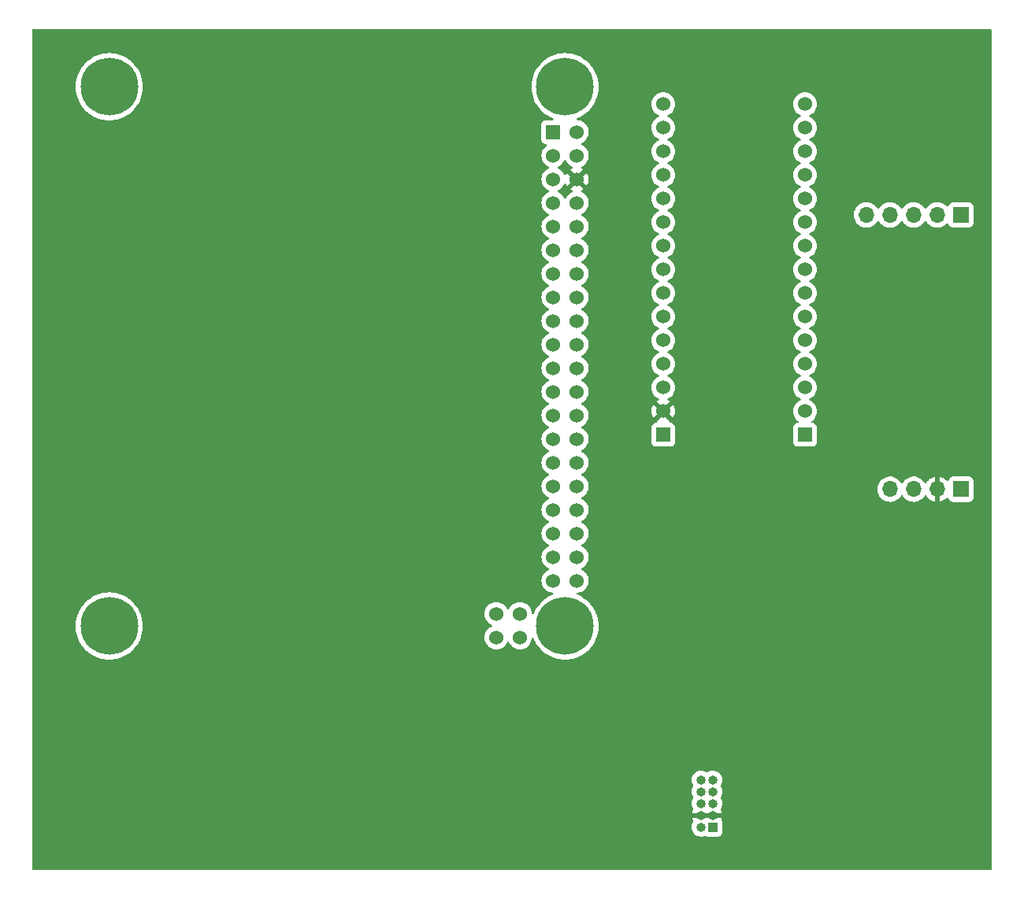
<source format=gbr>
%TF.GenerationSoftware,KiCad,Pcbnew,(6.0.6)*%
%TF.CreationDate,2023-03-15T14:09:06+01:00*%
%TF.ProjectId,Shield_Raspy,53686965-6c64-45f5-9261-7370792e6b69,rev?*%
%TF.SameCoordinates,Original*%
%TF.FileFunction,Copper,L1,Top*%
%TF.FilePolarity,Positive*%
%FSLAX46Y46*%
G04 Gerber Fmt 4.6, Leading zero omitted, Abs format (unit mm)*
G04 Created by KiCad (PCBNEW (6.0.6)) date 2023-03-15 14:09:06*
%MOMM*%
%LPD*%
G01*
G04 APERTURE LIST*
%TA.AperFunction,ComponentPad*%
%ADD10R,1.530000X1.530000*%
%TD*%
%TA.AperFunction,ComponentPad*%
%ADD11C,1.530000*%
%TD*%
%TA.AperFunction,ComponentPad*%
%ADD12R,1.000000X1.000000*%
%TD*%
%TA.AperFunction,ComponentPad*%
%ADD13O,1.000000X1.000000*%
%TD*%
%TA.AperFunction,ComponentPad*%
%ADD14R,1.524000X1.524000*%
%TD*%
%TA.AperFunction,ComponentPad*%
%ADD15C,1.524000*%
%TD*%
%TA.AperFunction,ComponentPad*%
%ADD16C,6.200000*%
%TD*%
%TA.AperFunction,ComponentPad*%
%ADD17R,1.700000X1.700000*%
%TD*%
%TA.AperFunction,ComponentPad*%
%ADD18O,1.700000X1.700000*%
%TD*%
G04 APERTURE END LIST*
D10*
%TO.P,U2,CN3_1,PA9*%
%TO.N,UART2_Nucleo_TX_PM25_RX*%
X180086000Y-87335000D03*
D11*
%TO.P,U2,CN3_2,PA10*%
%TO.N,UART2_Nucleo_RX_PM25_TX*%
X180086000Y-84795000D03*
%TO.P,U2,CN3_3,NRST_CN3*%
%TO.N,unconnected-(U2-PadCN3_3)*%
X180086000Y-82255000D03*
%TO.P,U2,CN3_4,GND_CN3*%
%TO.N,unconnected-(U2-PadCN3_4)*%
X180086000Y-79715000D03*
%TO.P,U2,CN3_5,PA12*%
%TO.N,UART3_Nucleo_RX_CO2_TX*%
X180086000Y-77175000D03*
%TO.P,U2,CN3_6,PB0*%
%TO.N,UART3_Nucleo_TX_CO2_RX*%
X180086000Y-74635000D03*
%TO.P,U2,CN3_7,PB7*%
%TO.N,unconnected-(U2-PadCN3_7)*%
X180086000Y-72095000D03*
%TO.P,U2,CN3_8,PB6*%
%TO.N,unconnected-(U2-PadCN3_8)*%
X180086000Y-69555000D03*
%TO.P,U2,CN3_9,PB1*%
%TO.N,unconnected-(U2-PadCN3_9)*%
X180086000Y-67015000D03*
%TO.P,U2,CN3_10,PC14*%
%TO.N,unconnected-(U2-PadCN3_10)*%
X180086000Y-64475000D03*
%TO.P,U2,CN3_11,PC15*%
%TO.N,unconnected-(U2-PadCN3_11)*%
X180086000Y-61935000D03*
%TO.P,U2,CN3_12,PA8*%
%TO.N,unconnected-(U2-PadCN3_12)*%
X180086000Y-59395000D03*
%TO.P,U2,CN3_13,PA11*%
%TO.N,unconnected-(U2-PadCN3_13)*%
X180086000Y-56855000D03*
%TO.P,U2,CN3_14,PB5*%
%TO.N,unconnected-(U2-PadCN3_14)*%
X180086000Y-54315000D03*
%TO.P,U2,CN3_15,PB4*%
%TO.N,unconnected-(U2-PadCN3_15)*%
X180086000Y-51775000D03*
D10*
%TO.P,U2,CN4_1,VIN*%
%TO.N,+5V*%
X164846000Y-87335000D03*
D11*
%TO.P,U2,CN4_2,GND_CN4*%
%TO.N,GND*%
X164846000Y-84795000D03*
%TO.P,U2,CN4_3,NRST_CN4*%
%TO.N,unconnected-(U2-PadCN4_3)*%
X164846000Y-82255000D03*
%TO.P,U2,CN4_4,+5V*%
%TO.N,unconnected-(U2-PadCN4_4)*%
X164846000Y-79715000D03*
%TO.P,U2,CN4_5,PA2*%
%TO.N,UART_Nucleo_TX_RPi_RX*%
X164846000Y-77175000D03*
%TO.P,U2,CN4_6,PA7*%
%TO.N,unconnected-(U2-PadCN4_6)*%
X164846000Y-74635000D03*
%TO.P,U2,CN4_7,PA6*%
%TO.N,unconnected-(U2-PadCN4_7)*%
X164846000Y-72095000D03*
%TO.P,U2,CN4_8,PA5*%
%TO.N,unconnected-(U2-PadCN4_8)*%
X164846000Y-69555000D03*
%TO.P,U2,CN4_9,PA4*%
%TO.N,unconnected-(U2-PadCN4_9)*%
X164846000Y-67015000D03*
%TO.P,U2,CN4_10,PA3*%
%TO.N,UART_Nucleo_RX_RPi_TX*%
X164846000Y-64475000D03*
%TO.P,U2,CN4_11,PA1*%
%TO.N,unconnected-(U2-PadCN4_11)*%
X164846000Y-61935000D03*
%TO.P,U2,CN4_12,PA0*%
%TO.N,unconnected-(U2-PadCN4_12)*%
X164846000Y-59395000D03*
%TO.P,U2,CN4_13,AREF*%
%TO.N,unconnected-(U2-PadCN4_13)*%
X164846000Y-56855000D03*
%TO.P,U2,CN4_14,+3V3*%
%TO.N,unconnected-(U2-PadCN4_14)*%
X164846000Y-54315000D03*
%TO.P,U2,CN4_15,PB3*%
%TO.N,unconnected-(U2-PadCN4_15)*%
X164846000Y-51775000D03*
%TD*%
D12*
%TO.P,K1,1*%
%TO.N,+5V*%
X170180000Y-129540000D03*
D13*
%TO.P,K1,2*%
X168910000Y-129540000D03*
%TO.P,K1,3*%
%TO.N,GND*%
X170180000Y-128270000D03*
%TO.P,K1,4*%
X168910000Y-128270000D03*
%TO.P,K1,5*%
%TO.N,unconnected-(K1-Pad5)*%
X170180000Y-127000000D03*
%TO.P,K1,6*%
%TO.N,unconnected-(K1-Pad6)*%
X168910000Y-127000000D03*
%TO.P,K1,7*%
%TO.N,unconnected-(K1-Pad7)*%
X170180000Y-125730000D03*
%TO.P,K1,8*%
%TO.N,UART2_Nucleo_TX_PM25_RX*%
X168910000Y-125730000D03*
%TO.P,K1,9*%
%TO.N,unconnected-(K1-Pad9)*%
X170180000Y-124460000D03*
%TO.P,K1,10*%
%TO.N,UART2_Nucleo_RX_PM25_TX*%
X168910000Y-124460000D03*
%TD*%
D14*
%TO.P,J1,1,3V3*%
%TO.N,unconnected-(J1-Pad1)*%
X153024000Y-54770000D03*
D15*
%TO.P,J1,2,5V*%
%TO.N,+5V*%
X155564000Y-54770000D03*
%TO.P,J1,3,SDA/GPIO2*%
%TO.N,unconnected-(J1-Pad3)*%
X153024000Y-57310000D03*
%TO.P,J1,4,5V*%
%TO.N,unconnected-(J1-Pad4)*%
X155564000Y-57310000D03*
%TO.P,J1,5,SCL/GPIO3*%
%TO.N,unconnected-(J1-Pad5)*%
X153024000Y-59850000D03*
%TO.P,J1,6,GND*%
%TO.N,GND*%
X155564000Y-59850000D03*
%TO.P,J1,7,GCLK0/GPIO4*%
%TO.N,unconnected-(J1-Pad7)*%
X153024000Y-62390000D03*
%TO.P,J1,8,GPIO14/TXD*%
%TO.N,UART_Nucleo_RX_RPi_TX*%
X155564000Y-62390000D03*
%TO.P,J1,9,GND*%
%TO.N,unconnected-(J1-Pad9)*%
X153024000Y-64930000D03*
%TO.P,J1,10,GPIO15/RXD*%
%TO.N,UART_Nucleo_TX_RPi_RX*%
X155564000Y-64930000D03*
%TO.P,J1,11,GPIO17*%
%TO.N,unconnected-(J1-Pad11)*%
X153024000Y-67470000D03*
%TO.P,J1,12,GPIO18/PWM0*%
%TO.N,unconnected-(J1-Pad12)*%
X155564000Y-67470000D03*
%TO.P,J1,13,GPIO27*%
%TO.N,unconnected-(J1-Pad13)*%
X153024000Y-70010000D03*
%TO.P,J1,14,GND*%
%TO.N,unconnected-(J1-Pad14)*%
X155564000Y-70010000D03*
%TO.P,J1,15,GPIO22*%
%TO.N,unconnected-(J1-Pad15)*%
X153024000Y-72550000D03*
%TO.P,J1,16,GPIO23*%
%TO.N,unconnected-(J1-Pad16)*%
X155564000Y-72550000D03*
%TO.P,J1,17,3V3*%
%TO.N,unconnected-(J1-Pad17)*%
X153024000Y-75090000D03*
%TO.P,J1,18,GPIO24*%
%TO.N,unconnected-(J1-Pad18)*%
X155564000Y-75090000D03*
%TO.P,J1,19,MOSI0/GPIO10*%
%TO.N,unconnected-(J1-Pad19)*%
X153024000Y-77630000D03*
%TO.P,J1,20,GND*%
%TO.N,unconnected-(J1-Pad20)*%
X155564000Y-77630000D03*
%TO.P,J1,21,MISO0/GPIO9*%
%TO.N,unconnected-(J1-Pad21)*%
X153024000Y-80170000D03*
%TO.P,J1,22,GPIO25*%
%TO.N,unconnected-(J1-Pad22)*%
X155564000Y-80170000D03*
%TO.P,J1,23,SCLK0/GPIO11*%
%TO.N,unconnected-(J1-Pad23)*%
X153024000Y-82710000D03*
%TO.P,J1,24,~{CE0}/GPIO8*%
%TO.N,unconnected-(J1-Pad24)*%
X155564000Y-82710000D03*
%TO.P,J1,25,GND*%
%TO.N,unconnected-(J1-Pad25)*%
X153024000Y-85250000D03*
%TO.P,J1,26,~{CE1}/GPIO7*%
%TO.N,unconnected-(J1-Pad26)*%
X155564000Y-85250000D03*
%TO.P,J1,27,ID_SD/GPIO0*%
%TO.N,unconnected-(J1-Pad27)*%
X153024000Y-87790000D03*
%TO.P,J1,28,ID_SC/GPIO1*%
%TO.N,unconnected-(J1-Pad28)*%
X155564000Y-87790000D03*
%TO.P,J1,29,GCLK1/GPIO5*%
%TO.N,unconnected-(J1-Pad29)*%
X153024000Y-90330000D03*
%TO.P,J1,30,GND*%
%TO.N,unconnected-(J1-Pad30)*%
X155564000Y-90330000D03*
%TO.P,J1,31,GCLK2/GPIO6*%
%TO.N,unconnected-(J1-Pad31)*%
X153024000Y-92870000D03*
%TO.P,J1,32,PWM0/GPIO12*%
%TO.N,unconnected-(J1-Pad32)*%
X155564000Y-92870000D03*
%TO.P,J1,33,PWM1/GPIO13*%
%TO.N,unconnected-(J1-Pad33)*%
X153024000Y-95410000D03*
%TO.P,J1,34,GND*%
%TO.N,unconnected-(J1-Pad34)*%
X155564000Y-95410000D03*
%TO.P,J1,35,GPIO19/MISO1*%
%TO.N,unconnected-(J1-Pad35)*%
X153024000Y-97950000D03*
%TO.P,J1,36,GPIO16*%
%TO.N,unconnected-(J1-Pad36)*%
X155564000Y-97950000D03*
%TO.P,J1,37,GPIO26*%
%TO.N,unconnected-(J1-Pad37)*%
X153024000Y-100490000D03*
%TO.P,J1,38,GPIO20/MOSI1*%
%TO.N,unconnected-(J1-Pad38)*%
X155564000Y-100490000D03*
%TO.P,J1,39,GND*%
%TO.N,unconnected-(J1-Pad39)*%
X153024000Y-103030000D03*
%TO.P,J1,40,GPIO21/SCLK1*%
%TO.N,unconnected-(J1-Pad40)*%
X155564000Y-103030000D03*
%TO.P,J1,41*%
%TO.N,N/C*%
X146901000Y-109130000D03*
%TO.P,J1,42*%
X149441000Y-109130000D03*
%TO.P,J1,43*%
X146901000Y-106590000D03*
%TO.P,J1,44*%
X149441000Y-106590000D03*
D16*
%TO.P,J1,S1*%
X154294000Y-49900000D03*
%TO.P,J1,S2*%
X154294000Y-107900000D03*
%TO.P,J1,S3*%
X105294000Y-107900000D03*
%TO.P,J1,S4*%
X105294000Y-49900000D03*
%TD*%
D17*
%TO.P,U1,1,Vin*%
%TO.N,+5V*%
X196852000Y-93196000D03*
D18*
%TO.P,U1,2,Rx*%
%TO.N,UART3_Nucleo_TX_CO2_RX*%
X194310000Y-63694000D03*
%TO.P,U1,3,Tx*%
%TO.N,UART3_Nucleo_RX_CO2_TX*%
X191770000Y-63694000D03*
%TO.P,U1,4,Gnd*%
%TO.N,GND*%
X194312000Y-93196000D03*
%TO.P,U1,5*%
%TO.N,N/C*%
X191772000Y-93196000D03*
%TO.P,U1,6*%
X189232000Y-93196000D03*
D17*
%TO.P,U1,7*%
X196850000Y-63694000D03*
D18*
%TO.P,U1,8*%
X189230000Y-63694000D03*
%TO.P,U1,9*%
X186690000Y-63694000D03*
%TD*%
%TA.AperFunction,Conductor*%
%TO.N,GND*%
G36*
X200093621Y-43708502D02*
G01*
X200140114Y-43762158D01*
X200151500Y-43814500D01*
X200151500Y-133985500D01*
X200131498Y-134053621D01*
X200077842Y-134100114D01*
X200025500Y-134111500D01*
X97154500Y-134111500D01*
X97086379Y-134091498D01*
X97039886Y-134037842D01*
X97028500Y-133985500D01*
X97028500Y-129525851D01*
X167896719Y-129525851D01*
X167913268Y-129722934D01*
X167967783Y-129913050D01*
X168058187Y-130088956D01*
X168181035Y-130243953D01*
X168185728Y-130247947D01*
X168185729Y-130247948D01*
X168231269Y-130286705D01*
X168331650Y-130372136D01*
X168504294Y-130468624D01*
X168692392Y-130529740D01*
X168888777Y-130553158D01*
X168894912Y-130552686D01*
X168894914Y-130552686D01*
X169079830Y-130538457D01*
X169079834Y-130538456D01*
X169085972Y-130537984D01*
X169276463Y-130484798D01*
X169281959Y-130482022D01*
X169281961Y-130482021D01*
X169295716Y-130475073D01*
X169365538Y-130462214D01*
X169417368Y-130482514D01*
X169418240Y-130480921D01*
X169426109Y-130485229D01*
X169433295Y-130490615D01*
X169569684Y-130541745D01*
X169631866Y-130548500D01*
X170728134Y-130548500D01*
X170790316Y-130541745D01*
X170926705Y-130490615D01*
X171043261Y-130403261D01*
X171130615Y-130286705D01*
X171181745Y-130150316D01*
X171188500Y-130088134D01*
X171188500Y-128991866D01*
X171181745Y-128929684D01*
X171130615Y-128793295D01*
X171125229Y-128786108D01*
X171120921Y-128778240D01*
X171122789Y-128777217D01*
X171102139Y-128721945D01*
X171108255Y-128673117D01*
X171152142Y-128541189D01*
X171152643Y-128527097D01*
X171146454Y-128524000D01*
X167952282Y-128524000D01*
X167938751Y-128527973D01*
X167937601Y-128535975D01*
X167966552Y-128636941D01*
X167971067Y-128648345D01*
X168055794Y-128813207D01*
X168062432Y-128823507D01*
X168064131Y-128825650D01*
X168064667Y-128826975D01*
X168065774Y-128828692D01*
X168065448Y-128828902D01*
X168090770Y-128891460D01*
X168077600Y-128961224D01*
X168073979Y-128967316D01*
X168073846Y-128967474D01*
X167978567Y-129140787D01*
X167918765Y-129329306D01*
X167896719Y-129525851D01*
X97028500Y-129525851D01*
X97028500Y-126985851D01*
X167896719Y-126985851D01*
X167913268Y-127182934D01*
X167967783Y-127373050D01*
X168058187Y-127548956D01*
X168064164Y-127556497D01*
X168064843Y-127558174D01*
X168065353Y-127558966D01*
X168065203Y-127559063D01*
X168090802Y-127622304D01*
X168077633Y-127692069D01*
X168074254Y-127697754D01*
X168074262Y-127697758D01*
X167981998Y-127865585D01*
X167977166Y-127876858D01*
X167938506Y-127998731D01*
X167938202Y-128012831D01*
X167944763Y-128016000D01*
X171138183Y-128016000D01*
X171151714Y-128012027D01*
X171152806Y-128004433D01*
X171118231Y-127889919D01*
X171113560Y-127878586D01*
X171026537Y-127714918D01*
X171019435Y-127704228D01*
X170998398Y-127636420D01*
X171014827Y-127572264D01*
X171022327Y-127559063D01*
X171048783Y-127512492D01*
X171102723Y-127417542D01*
X171102725Y-127417537D01*
X171105769Y-127412179D01*
X171168197Y-127224513D01*
X171192985Y-127028295D01*
X171193380Y-127000000D01*
X171174080Y-126803167D01*
X171116916Y-126613831D01*
X171024066Y-126439204D01*
X171020167Y-126434424D01*
X171019715Y-126433743D01*
X170998676Y-126365935D01*
X171015105Y-126301775D01*
X171102723Y-126147542D01*
X171102725Y-126147537D01*
X171105769Y-126142179D01*
X171168197Y-125954513D01*
X171192985Y-125758295D01*
X171193380Y-125730000D01*
X171174080Y-125533167D01*
X171116916Y-125343831D01*
X171024066Y-125169204D01*
X171020167Y-125164424D01*
X171019715Y-125163743D01*
X170998676Y-125095935D01*
X171015105Y-125031775D01*
X171102723Y-124877542D01*
X171102725Y-124877537D01*
X171105769Y-124872179D01*
X171168197Y-124684513D01*
X171192985Y-124488295D01*
X171193380Y-124460000D01*
X171174080Y-124263167D01*
X171116916Y-124073831D01*
X171024066Y-123899204D01*
X170953709Y-123812938D01*
X170902960Y-123750713D01*
X170902957Y-123750710D01*
X170899065Y-123745938D01*
X170892724Y-123740692D01*
X170751425Y-123623799D01*
X170751421Y-123623797D01*
X170746675Y-123619870D01*
X170572701Y-123525802D01*
X170383768Y-123467318D01*
X170377643Y-123466674D01*
X170377642Y-123466674D01*
X170193204Y-123447289D01*
X170193202Y-123447289D01*
X170187075Y-123446645D01*
X170104576Y-123454153D01*
X169996251Y-123464011D01*
X169996248Y-123464012D01*
X169990112Y-123464570D01*
X169984206Y-123466308D01*
X169984202Y-123466309D01*
X169879076Y-123497249D01*
X169800381Y-123520410D01*
X169794923Y-123523263D01*
X169794919Y-123523265D01*
X169699135Y-123573340D01*
X169625110Y-123612040D01*
X169620310Y-123615900D01*
X169615153Y-123619274D01*
X169613769Y-123617158D01*
X169558365Y-123640027D01*
X169488512Y-123627334D01*
X169478898Y-123621709D01*
X169476675Y-123619870D01*
X169302701Y-123525802D01*
X169113768Y-123467318D01*
X169107643Y-123466674D01*
X169107642Y-123466674D01*
X168923204Y-123447289D01*
X168923202Y-123447289D01*
X168917075Y-123446645D01*
X168834576Y-123454153D01*
X168726251Y-123464011D01*
X168726248Y-123464012D01*
X168720112Y-123464570D01*
X168714206Y-123466308D01*
X168714202Y-123466309D01*
X168609076Y-123497249D01*
X168530381Y-123520410D01*
X168524923Y-123523263D01*
X168524919Y-123523265D01*
X168434147Y-123570720D01*
X168355110Y-123612040D01*
X168200975Y-123735968D01*
X168073846Y-123887474D01*
X168070879Y-123892872D01*
X168070875Y-123892877D01*
X168067397Y-123899204D01*
X167978567Y-124060787D01*
X167976706Y-124066654D01*
X167976705Y-124066656D01*
X167920627Y-124243436D01*
X167918765Y-124249306D01*
X167896719Y-124445851D01*
X167913268Y-124642934D01*
X167967783Y-124833050D01*
X168058187Y-125008956D01*
X168062016Y-125013787D01*
X168063839Y-125016088D01*
X168064414Y-125017509D01*
X168065353Y-125018966D01*
X168065076Y-125019144D01*
X168090474Y-125081898D01*
X168077301Y-125151662D01*
X168073846Y-125157474D01*
X167978567Y-125330787D01*
X167976706Y-125336654D01*
X167976705Y-125336656D01*
X167920627Y-125513436D01*
X167918765Y-125519306D01*
X167896719Y-125715851D01*
X167913268Y-125912934D01*
X167967783Y-126103050D01*
X168058187Y-126278956D01*
X168062016Y-126283787D01*
X168063839Y-126286088D01*
X168064414Y-126287509D01*
X168065353Y-126288966D01*
X168065076Y-126289144D01*
X168090474Y-126351898D01*
X168077301Y-126421662D01*
X168073846Y-126427474D01*
X167978567Y-126600787D01*
X167976706Y-126606654D01*
X167976705Y-126606656D01*
X167920627Y-126783436D01*
X167918765Y-126789306D01*
X167896719Y-126985851D01*
X97028500Y-126985851D01*
X97028500Y-107900000D01*
X101680548Y-107900000D01*
X101700343Y-108277709D01*
X101700856Y-108280949D01*
X101700857Y-108280957D01*
X101723916Y-108426540D01*
X101759511Y-108651279D01*
X101857403Y-109016618D01*
X101858588Y-109019706D01*
X101858589Y-109019708D01*
X101900926Y-109130000D01*
X101992947Y-109369723D01*
X101994445Y-109372663D01*
X102139642Y-109657627D01*
X102164659Y-109706726D01*
X102166455Y-109709492D01*
X102166457Y-109709495D01*
X102301382Y-109917262D01*
X102370656Y-110023934D01*
X102608682Y-110317871D01*
X102876129Y-110585318D01*
X103170066Y-110823344D01*
X103487274Y-111029341D01*
X103490208Y-111030836D01*
X103490215Y-111030840D01*
X103821337Y-111199555D01*
X103824277Y-111201053D01*
X104177382Y-111336597D01*
X104542721Y-111434489D01*
X104741158Y-111465918D01*
X104913043Y-111493143D01*
X104913051Y-111493144D01*
X104916291Y-111493657D01*
X105294000Y-111513452D01*
X105671709Y-111493657D01*
X105674949Y-111493144D01*
X105674957Y-111493143D01*
X105846842Y-111465918D01*
X106045279Y-111434489D01*
X106410618Y-111336597D01*
X106763723Y-111201053D01*
X106766663Y-111199555D01*
X107097785Y-111030840D01*
X107097792Y-111030836D01*
X107100726Y-111029341D01*
X107417934Y-110823344D01*
X107711871Y-110585318D01*
X107979318Y-110317871D01*
X108217344Y-110023934D01*
X108286618Y-109917262D01*
X108421543Y-109709495D01*
X108421545Y-109709492D01*
X108423341Y-109706726D01*
X108448359Y-109657627D01*
X108593555Y-109372663D01*
X108595053Y-109369723D01*
X108687074Y-109130000D01*
X145625647Y-109130000D01*
X145645022Y-109351463D01*
X145702560Y-109566196D01*
X145704882Y-109571177D01*
X145704883Y-109571178D01*
X145794186Y-109762689D01*
X145794189Y-109762694D01*
X145796512Y-109767676D01*
X145924023Y-109949781D01*
X146081219Y-110106977D01*
X146085727Y-110110134D01*
X146085730Y-110110136D01*
X146161495Y-110163187D01*
X146263323Y-110234488D01*
X146268305Y-110236811D01*
X146268310Y-110236814D01*
X146447165Y-110320215D01*
X146464804Y-110328440D01*
X146470112Y-110329862D01*
X146470114Y-110329863D01*
X146535949Y-110347503D01*
X146679537Y-110385978D01*
X146901000Y-110405353D01*
X147122463Y-110385978D01*
X147266051Y-110347503D01*
X147331886Y-110329863D01*
X147331888Y-110329862D01*
X147337196Y-110328440D01*
X147354835Y-110320215D01*
X147533690Y-110236814D01*
X147533695Y-110236811D01*
X147538677Y-110234488D01*
X147640505Y-110163187D01*
X147716270Y-110110136D01*
X147716273Y-110110134D01*
X147720781Y-110106977D01*
X147877977Y-109949781D01*
X148005488Y-109767676D01*
X148007811Y-109762694D01*
X148007814Y-109762689D01*
X148056805Y-109657627D01*
X148103723Y-109604342D01*
X148172000Y-109584881D01*
X148239960Y-109605423D01*
X148285195Y-109657627D01*
X148334186Y-109762689D01*
X148334189Y-109762694D01*
X148336512Y-109767676D01*
X148464023Y-109949781D01*
X148621219Y-110106977D01*
X148625727Y-110110134D01*
X148625730Y-110110136D01*
X148701495Y-110163187D01*
X148803323Y-110234488D01*
X148808305Y-110236811D01*
X148808310Y-110236814D01*
X148987165Y-110320215D01*
X149004804Y-110328440D01*
X149010112Y-110329862D01*
X149010114Y-110329863D01*
X149075949Y-110347503D01*
X149219537Y-110385978D01*
X149441000Y-110405353D01*
X149662463Y-110385978D01*
X149806051Y-110347503D01*
X149871886Y-110329863D01*
X149871888Y-110329862D01*
X149877196Y-110328440D01*
X149894835Y-110320215D01*
X150073690Y-110236814D01*
X150073695Y-110236811D01*
X150078677Y-110234488D01*
X150180505Y-110163187D01*
X150256270Y-110110136D01*
X150256273Y-110110134D01*
X150260781Y-110106977D01*
X150417977Y-109949781D01*
X150545488Y-109767676D01*
X150547811Y-109762694D01*
X150547814Y-109762689D01*
X150637117Y-109571178D01*
X150637118Y-109571177D01*
X150639440Y-109566196D01*
X150696978Y-109351463D01*
X150697458Y-109345981D01*
X150697459Y-109345973D01*
X150703047Y-109282108D01*
X150728910Y-109215990D01*
X150786414Y-109174350D01*
X150857301Y-109170410D01*
X150919065Y-109205420D01*
X150946197Y-109247934D01*
X150992947Y-109369723D01*
X150994445Y-109372663D01*
X151139642Y-109657627D01*
X151164659Y-109706726D01*
X151166455Y-109709492D01*
X151166457Y-109709495D01*
X151301382Y-109917262D01*
X151370656Y-110023934D01*
X151608682Y-110317871D01*
X151876129Y-110585318D01*
X152170066Y-110823344D01*
X152487274Y-111029341D01*
X152490208Y-111030836D01*
X152490215Y-111030840D01*
X152821337Y-111199555D01*
X152824277Y-111201053D01*
X153177382Y-111336597D01*
X153542721Y-111434489D01*
X153741158Y-111465918D01*
X153913043Y-111493143D01*
X153913051Y-111493144D01*
X153916291Y-111493657D01*
X154294000Y-111513452D01*
X154671709Y-111493657D01*
X154674949Y-111493144D01*
X154674957Y-111493143D01*
X154846842Y-111465918D01*
X155045279Y-111434489D01*
X155410618Y-111336597D01*
X155763723Y-111201053D01*
X155766663Y-111199555D01*
X156097785Y-111030840D01*
X156097792Y-111030836D01*
X156100726Y-111029341D01*
X156417934Y-110823344D01*
X156711871Y-110585318D01*
X156979318Y-110317871D01*
X157217344Y-110023934D01*
X157286618Y-109917262D01*
X157421543Y-109709495D01*
X157421545Y-109709492D01*
X157423341Y-109706726D01*
X157448359Y-109657627D01*
X157593555Y-109372663D01*
X157595053Y-109369723D01*
X157687074Y-109130000D01*
X157729411Y-109019708D01*
X157729412Y-109019706D01*
X157730597Y-109016618D01*
X157828489Y-108651279D01*
X157864084Y-108426540D01*
X157887143Y-108280957D01*
X157887144Y-108280949D01*
X157887657Y-108277709D01*
X157907452Y-107900000D01*
X157887657Y-107522291D01*
X157828489Y-107148721D01*
X157730597Y-106783382D01*
X157595053Y-106430277D01*
X157560888Y-106363224D01*
X157424840Y-106096215D01*
X157424836Y-106096208D01*
X157423341Y-106093274D01*
X157217344Y-105776066D01*
X156979318Y-105482129D01*
X156711871Y-105214682D01*
X156417934Y-104976656D01*
X156100726Y-104770659D01*
X156097792Y-104769164D01*
X156097785Y-104769160D01*
X155766663Y-104600445D01*
X155763723Y-104598947D01*
X155613294Y-104541203D01*
X155556866Y-104498117D01*
X155532689Y-104431364D01*
X155548440Y-104362137D01*
X155599118Y-104312415D01*
X155647466Y-104298051D01*
X155686210Y-104294661D01*
X155785463Y-104285978D01*
X155929051Y-104247503D01*
X155994886Y-104229863D01*
X155994888Y-104229862D01*
X156000196Y-104228440D01*
X156005178Y-104226117D01*
X156196690Y-104136814D01*
X156196695Y-104136811D01*
X156201677Y-104134488D01*
X156303505Y-104063187D01*
X156379270Y-104010136D01*
X156379273Y-104010134D01*
X156383781Y-104006977D01*
X156540977Y-103849781D01*
X156668488Y-103667676D01*
X156670811Y-103662694D01*
X156670814Y-103662689D01*
X156760117Y-103471178D01*
X156760118Y-103471177D01*
X156762440Y-103466196D01*
X156819978Y-103251463D01*
X156839353Y-103030000D01*
X156819978Y-102808537D01*
X156762440Y-102593804D01*
X156719805Y-102502373D01*
X156670814Y-102397311D01*
X156670811Y-102397306D01*
X156668488Y-102392324D01*
X156540977Y-102210219D01*
X156383781Y-102053023D01*
X156379273Y-102049866D01*
X156379270Y-102049864D01*
X156303505Y-101996813D01*
X156201677Y-101925512D01*
X156196695Y-101923189D01*
X156196690Y-101923186D01*
X156091627Y-101874195D01*
X156038342Y-101827278D01*
X156018881Y-101759001D01*
X156039423Y-101691041D01*
X156091627Y-101645805D01*
X156196690Y-101596814D01*
X156196695Y-101596811D01*
X156201677Y-101594488D01*
X156303505Y-101523187D01*
X156379270Y-101470136D01*
X156379273Y-101470134D01*
X156383781Y-101466977D01*
X156540977Y-101309781D01*
X156668488Y-101127676D01*
X156670811Y-101122694D01*
X156670814Y-101122689D01*
X156760117Y-100931178D01*
X156760118Y-100931177D01*
X156762440Y-100926196D01*
X156819978Y-100711463D01*
X156839353Y-100490000D01*
X156819978Y-100268537D01*
X156762440Y-100053804D01*
X156719805Y-99962373D01*
X156670814Y-99857311D01*
X156670811Y-99857306D01*
X156668488Y-99852324D01*
X156540977Y-99670219D01*
X156383781Y-99513023D01*
X156379273Y-99509866D01*
X156379270Y-99509864D01*
X156303505Y-99456813D01*
X156201677Y-99385512D01*
X156196695Y-99383189D01*
X156196690Y-99383186D01*
X156091627Y-99334195D01*
X156038342Y-99287278D01*
X156018881Y-99219001D01*
X156039423Y-99151041D01*
X156091627Y-99105805D01*
X156196690Y-99056814D01*
X156196695Y-99056811D01*
X156201677Y-99054488D01*
X156303505Y-98983187D01*
X156379270Y-98930136D01*
X156379273Y-98930134D01*
X156383781Y-98926977D01*
X156540977Y-98769781D01*
X156668488Y-98587676D01*
X156670811Y-98582694D01*
X156670814Y-98582689D01*
X156760117Y-98391178D01*
X156760118Y-98391177D01*
X156762440Y-98386196D01*
X156819978Y-98171463D01*
X156839353Y-97950000D01*
X156819978Y-97728537D01*
X156762440Y-97513804D01*
X156719805Y-97422373D01*
X156670814Y-97317311D01*
X156670811Y-97317306D01*
X156668488Y-97312324D01*
X156540977Y-97130219D01*
X156383781Y-96973023D01*
X156379273Y-96969866D01*
X156379270Y-96969864D01*
X156303505Y-96916813D01*
X156201677Y-96845512D01*
X156196695Y-96843189D01*
X156196690Y-96843186D01*
X156091627Y-96794195D01*
X156038342Y-96747278D01*
X156018881Y-96679001D01*
X156039423Y-96611041D01*
X156091627Y-96565805D01*
X156196690Y-96516814D01*
X156196695Y-96516811D01*
X156201677Y-96514488D01*
X156303505Y-96443187D01*
X156379270Y-96390136D01*
X156379273Y-96390134D01*
X156383781Y-96386977D01*
X156540977Y-96229781D01*
X156668488Y-96047676D01*
X156670811Y-96042694D01*
X156670814Y-96042689D01*
X156760117Y-95851178D01*
X156760118Y-95851177D01*
X156762440Y-95846196D01*
X156819978Y-95631463D01*
X156839353Y-95410000D01*
X156819978Y-95188537D01*
X156762440Y-94973804D01*
X156719805Y-94882373D01*
X156670814Y-94777311D01*
X156670811Y-94777306D01*
X156668488Y-94772324D01*
X156540977Y-94590219D01*
X156383781Y-94433023D01*
X156379273Y-94429866D01*
X156379270Y-94429864D01*
X156284441Y-94363464D01*
X156201677Y-94305512D01*
X156196695Y-94303189D01*
X156196690Y-94303186D01*
X156091627Y-94254195D01*
X156038342Y-94207278D01*
X156018881Y-94139001D01*
X156039423Y-94071041D01*
X156091627Y-94025805D01*
X156196690Y-93976814D01*
X156196695Y-93976811D01*
X156201677Y-93974488D01*
X156349933Y-93870678D01*
X156379270Y-93850136D01*
X156379273Y-93850134D01*
X156383781Y-93846977D01*
X156540977Y-93689781D01*
X156604826Y-93598596D01*
X156665331Y-93512185D01*
X156665332Y-93512183D01*
X156668488Y-93507676D01*
X156670811Y-93502694D01*
X156670814Y-93502689D01*
X156760117Y-93311178D01*
X156760118Y-93311177D01*
X156762440Y-93306196D01*
X156800891Y-93162695D01*
X187869251Y-93162695D01*
X187882110Y-93385715D01*
X187883247Y-93390761D01*
X187883248Y-93390767D01*
X187904275Y-93484069D01*
X187931222Y-93603639D01*
X188015266Y-93810616D01*
X188066942Y-93894944D01*
X188129291Y-93996688D01*
X188131987Y-94001088D01*
X188278250Y-94169938D01*
X188354846Y-94233529D01*
X188445353Y-94308669D01*
X188450126Y-94312632D01*
X188643000Y-94425338D01*
X188851692Y-94505030D01*
X188856760Y-94506061D01*
X188856763Y-94506062D01*
X188951862Y-94525410D01*
X189070597Y-94549567D01*
X189075772Y-94549757D01*
X189075774Y-94549757D01*
X189288673Y-94557564D01*
X189288677Y-94557564D01*
X189293837Y-94557753D01*
X189298957Y-94557097D01*
X189298959Y-94557097D01*
X189510288Y-94530025D01*
X189510289Y-94530025D01*
X189515416Y-94529368D01*
X189520366Y-94527883D01*
X189724429Y-94466661D01*
X189724434Y-94466659D01*
X189729384Y-94465174D01*
X189929994Y-94366896D01*
X190111860Y-94237173D01*
X190270096Y-94079489D01*
X190276167Y-94071041D01*
X190400453Y-93898077D01*
X190401776Y-93899028D01*
X190448645Y-93855857D01*
X190518580Y-93843625D01*
X190584026Y-93871144D01*
X190611875Y-93902994D01*
X190671987Y-94001088D01*
X190818250Y-94169938D01*
X190894846Y-94233529D01*
X190985353Y-94308669D01*
X190990126Y-94312632D01*
X191183000Y-94425338D01*
X191391692Y-94505030D01*
X191396760Y-94506061D01*
X191396763Y-94506062D01*
X191491862Y-94525410D01*
X191610597Y-94549567D01*
X191615772Y-94549757D01*
X191615774Y-94549757D01*
X191828673Y-94557564D01*
X191828677Y-94557564D01*
X191833837Y-94557753D01*
X191838957Y-94557097D01*
X191838959Y-94557097D01*
X192050288Y-94530025D01*
X192050289Y-94530025D01*
X192055416Y-94529368D01*
X192060366Y-94527883D01*
X192264429Y-94466661D01*
X192264434Y-94466659D01*
X192269384Y-94465174D01*
X192469994Y-94366896D01*
X192651860Y-94237173D01*
X192810096Y-94079489D01*
X192816167Y-94071041D01*
X192940453Y-93898077D01*
X192941640Y-93898930D01*
X192988960Y-93855362D01*
X193058897Y-93843145D01*
X193124338Y-93870678D01*
X193152166Y-93902511D01*
X193209694Y-93996388D01*
X193215777Y-94004699D01*
X193355213Y-94165667D01*
X193362580Y-94172883D01*
X193526434Y-94308916D01*
X193534881Y-94314831D01*
X193718756Y-94422279D01*
X193728042Y-94426729D01*
X193927001Y-94502703D01*
X193936899Y-94505579D01*
X194040250Y-94526606D01*
X194054299Y-94525410D01*
X194058000Y-94515065D01*
X194058000Y-94514517D01*
X194566000Y-94514517D01*
X194570064Y-94528359D01*
X194583478Y-94530393D01*
X194590184Y-94529534D01*
X194600262Y-94527392D01*
X194804255Y-94466191D01*
X194813842Y-94462433D01*
X195005095Y-94368739D01*
X195013945Y-94363464D01*
X195187328Y-94239792D01*
X195195193Y-94233145D01*
X195299897Y-94128805D01*
X195362268Y-94094889D01*
X195433075Y-94100077D01*
X195489837Y-94142723D01*
X195506819Y-94173826D01*
X195551385Y-94292705D01*
X195638739Y-94409261D01*
X195755295Y-94496615D01*
X195891684Y-94547745D01*
X195953866Y-94554500D01*
X197750134Y-94554500D01*
X197812316Y-94547745D01*
X197948705Y-94496615D01*
X198065261Y-94409261D01*
X198152615Y-94292705D01*
X198203745Y-94156316D01*
X198210500Y-94094134D01*
X198210500Y-92297866D01*
X198203745Y-92235684D01*
X198152615Y-92099295D01*
X198065261Y-91982739D01*
X197948705Y-91895385D01*
X197812316Y-91844255D01*
X197750134Y-91837500D01*
X195953866Y-91837500D01*
X195891684Y-91844255D01*
X195755295Y-91895385D01*
X195638739Y-91982739D01*
X195551385Y-92099295D01*
X195548233Y-92107703D01*
X195548232Y-92107705D01*
X195506722Y-92218433D01*
X195464081Y-92275198D01*
X195397519Y-92299898D01*
X195328170Y-92284691D01*
X195295546Y-92259004D01*
X195244799Y-92203234D01*
X195237273Y-92196215D01*
X195070139Y-92064222D01*
X195061552Y-92058517D01*
X194875117Y-91955599D01*
X194865705Y-91951369D01*
X194664959Y-91880280D01*
X194654988Y-91877646D01*
X194583837Y-91864972D01*
X194570540Y-91866432D01*
X194566000Y-91880989D01*
X194566000Y-94514517D01*
X194058000Y-94514517D01*
X194058000Y-91879102D01*
X194054082Y-91865758D01*
X194039806Y-91863771D01*
X194001324Y-91869660D01*
X193991288Y-91872051D01*
X193788868Y-91938212D01*
X193779359Y-91942209D01*
X193590463Y-92040542D01*
X193581738Y-92046036D01*
X193411433Y-92173905D01*
X193403726Y-92180748D01*
X193256590Y-92334717D01*
X193250109Y-92342722D01*
X193145498Y-92496074D01*
X193090587Y-92541076D01*
X193020062Y-92549247D01*
X192956315Y-92517993D01*
X192935618Y-92493509D01*
X192854822Y-92368617D01*
X192854820Y-92368614D01*
X192852014Y-92364277D01*
X192701670Y-92199051D01*
X192697619Y-92195852D01*
X192697615Y-92195848D01*
X192530414Y-92063800D01*
X192530410Y-92063798D01*
X192526359Y-92060598D01*
X192507558Y-92050219D01*
X192474136Y-92031769D01*
X192330789Y-91952638D01*
X192325920Y-91950914D01*
X192325916Y-91950912D01*
X192125087Y-91879795D01*
X192125083Y-91879794D01*
X192120212Y-91878069D01*
X192115119Y-91877162D01*
X192115116Y-91877161D01*
X191905373Y-91839800D01*
X191905367Y-91839799D01*
X191900284Y-91838894D01*
X191826452Y-91837992D01*
X191682081Y-91836228D01*
X191682079Y-91836228D01*
X191676911Y-91836165D01*
X191456091Y-91869955D01*
X191243756Y-91939357D01*
X191045607Y-92042507D01*
X191041474Y-92045610D01*
X191041471Y-92045612D01*
X190958771Y-92107705D01*
X190866965Y-92176635D01*
X190712629Y-92338138D01*
X190605201Y-92495621D01*
X190550293Y-92540621D01*
X190479768Y-92548792D01*
X190416021Y-92517538D01*
X190395324Y-92493054D01*
X190314822Y-92368617D01*
X190314820Y-92368614D01*
X190312014Y-92364277D01*
X190161670Y-92199051D01*
X190157619Y-92195852D01*
X190157615Y-92195848D01*
X189990414Y-92063800D01*
X189990410Y-92063798D01*
X189986359Y-92060598D01*
X189967558Y-92050219D01*
X189934136Y-92031769D01*
X189790789Y-91952638D01*
X189785920Y-91950914D01*
X189785916Y-91950912D01*
X189585087Y-91879795D01*
X189585083Y-91879794D01*
X189580212Y-91878069D01*
X189575119Y-91877162D01*
X189575116Y-91877161D01*
X189365373Y-91839800D01*
X189365367Y-91839799D01*
X189360284Y-91838894D01*
X189286452Y-91837992D01*
X189142081Y-91836228D01*
X189142079Y-91836228D01*
X189136911Y-91836165D01*
X188916091Y-91869955D01*
X188703756Y-91939357D01*
X188505607Y-92042507D01*
X188501474Y-92045610D01*
X188501471Y-92045612D01*
X188418771Y-92107705D01*
X188326965Y-92176635D01*
X188172629Y-92338138D01*
X188169720Y-92342403D01*
X188169714Y-92342411D01*
X188120116Y-92415119D01*
X188046743Y-92522680D01*
X187952688Y-92725305D01*
X187892989Y-92940570D01*
X187869251Y-93162695D01*
X156800891Y-93162695D01*
X156819978Y-93091463D01*
X156839353Y-92870000D01*
X156819978Y-92648537D01*
X156762440Y-92433804D01*
X156716235Y-92334717D01*
X156670814Y-92237311D01*
X156670811Y-92237306D01*
X156668488Y-92232324D01*
X156665331Y-92227815D01*
X156544136Y-92054730D01*
X156544134Y-92054727D01*
X156540977Y-92050219D01*
X156383781Y-91893023D01*
X156379273Y-91889866D01*
X156379270Y-91889864D01*
X156302580Y-91836165D01*
X156201677Y-91765512D01*
X156196695Y-91763189D01*
X156196690Y-91763186D01*
X156091627Y-91714195D01*
X156038342Y-91667278D01*
X156018881Y-91599001D01*
X156039423Y-91531041D01*
X156091627Y-91485805D01*
X156196690Y-91436814D01*
X156196695Y-91436811D01*
X156201677Y-91434488D01*
X156303505Y-91363187D01*
X156379270Y-91310136D01*
X156379273Y-91310134D01*
X156383781Y-91306977D01*
X156540977Y-91149781D01*
X156668488Y-90967676D01*
X156670811Y-90962694D01*
X156670814Y-90962689D01*
X156760117Y-90771178D01*
X156760118Y-90771177D01*
X156762440Y-90766196D01*
X156819978Y-90551463D01*
X156839353Y-90330000D01*
X156819978Y-90108537D01*
X156762440Y-89893804D01*
X156719805Y-89802373D01*
X156670814Y-89697311D01*
X156670811Y-89697306D01*
X156668488Y-89692324D01*
X156540977Y-89510219D01*
X156383781Y-89353023D01*
X156379273Y-89349866D01*
X156379270Y-89349864D01*
X156303505Y-89296813D01*
X156201677Y-89225512D01*
X156196695Y-89223189D01*
X156196690Y-89223186D01*
X156091627Y-89174195D01*
X156038342Y-89127278D01*
X156018881Y-89059001D01*
X156039423Y-88991041D01*
X156091627Y-88945805D01*
X156196690Y-88896814D01*
X156196695Y-88896811D01*
X156201677Y-88894488D01*
X156303505Y-88823187D01*
X156379270Y-88770136D01*
X156379273Y-88770134D01*
X156383781Y-88766977D01*
X156540977Y-88609781D01*
X156548547Y-88598971D01*
X156665331Y-88432185D01*
X156665332Y-88432183D01*
X156668488Y-88427676D01*
X156670811Y-88422694D01*
X156670814Y-88422689D01*
X156760117Y-88231178D01*
X156760118Y-88231177D01*
X156762440Y-88226196D01*
X156764713Y-88217715D01*
X156783357Y-88148134D01*
X163572500Y-88148134D01*
X163579255Y-88210316D01*
X163630385Y-88346705D01*
X163717739Y-88463261D01*
X163834295Y-88550615D01*
X163970684Y-88601745D01*
X164032866Y-88608500D01*
X165659134Y-88608500D01*
X165721316Y-88601745D01*
X165857705Y-88550615D01*
X165974261Y-88463261D01*
X166061615Y-88346705D01*
X166112745Y-88210316D01*
X166119500Y-88148134D01*
X166119500Y-86521866D01*
X166112745Y-86459684D01*
X166061615Y-86323295D01*
X165974261Y-86206739D01*
X165857705Y-86119385D01*
X165721316Y-86068255D01*
X165659134Y-86061500D01*
X165640760Y-86061500D01*
X165572639Y-86041498D01*
X165526146Y-85987842D01*
X165516042Y-85917568D01*
X165542305Y-85856904D01*
X165535226Y-85843436D01*
X164858812Y-85167022D01*
X164844868Y-85159408D01*
X164843035Y-85159539D01*
X164836420Y-85163790D01*
X164156053Y-85844157D01*
X164149623Y-85855933D01*
X164151533Y-85858402D01*
X164177395Y-85924521D01*
X164163405Y-85994125D01*
X164114004Y-86045117D01*
X164051874Y-86061500D01*
X164032866Y-86061500D01*
X163970684Y-86068255D01*
X163834295Y-86119385D01*
X163717739Y-86206739D01*
X163630385Y-86323295D01*
X163579255Y-86459684D01*
X163572500Y-86521866D01*
X163572500Y-88148134D01*
X156783357Y-88148134D01*
X156818554Y-88016776D01*
X156819978Y-88011463D01*
X156839353Y-87790000D01*
X156819978Y-87568537D01*
X156762440Y-87353804D01*
X156719805Y-87262373D01*
X156670814Y-87157311D01*
X156670811Y-87157306D01*
X156668488Y-87152324D01*
X156540977Y-86970219D01*
X156383781Y-86813023D01*
X156379273Y-86809866D01*
X156379270Y-86809864D01*
X156303505Y-86756813D01*
X156201677Y-86685512D01*
X156196695Y-86683189D01*
X156196690Y-86683186D01*
X156091627Y-86634195D01*
X156038342Y-86587278D01*
X156018881Y-86519001D01*
X156039423Y-86451041D01*
X156091627Y-86405805D01*
X156196690Y-86356814D01*
X156196695Y-86356811D01*
X156201677Y-86354488D01*
X156303505Y-86283187D01*
X156379270Y-86230136D01*
X156379273Y-86230134D01*
X156383781Y-86226977D01*
X156540977Y-86069781D01*
X156546776Y-86061500D01*
X156665331Y-85892185D01*
X156665332Y-85892183D01*
X156668488Y-85887676D01*
X156670811Y-85882694D01*
X156670814Y-85882689D01*
X156760117Y-85691178D01*
X156760118Y-85691177D01*
X156762440Y-85686196D01*
X156819978Y-85471463D01*
X156839353Y-85250000D01*
X156819978Y-85028537D01*
X156762440Y-84813804D01*
X156756224Y-84800475D01*
X163568616Y-84800475D01*
X163587072Y-85011419D01*
X163588975Y-85022214D01*
X163643779Y-85226745D01*
X163647525Y-85237037D01*
X163737012Y-85428944D01*
X163742495Y-85438439D01*
X163773640Y-85482919D01*
X163784117Y-85491294D01*
X163797564Y-85484226D01*
X164473978Y-84807812D01*
X164480356Y-84796132D01*
X165210408Y-84796132D01*
X165210539Y-84797965D01*
X165214790Y-84804580D01*
X165895157Y-85484947D01*
X165906932Y-85491377D01*
X165918947Y-85482081D01*
X165949505Y-85438439D01*
X165954988Y-85428944D01*
X166044475Y-85237037D01*
X166048221Y-85226745D01*
X166103025Y-85022214D01*
X166104928Y-85011419D01*
X166123384Y-84800475D01*
X166123384Y-84795000D01*
X178807635Y-84795000D01*
X178827056Y-85016986D01*
X178884730Y-85232227D01*
X178887052Y-85237208D01*
X178887053Y-85237209D01*
X178976577Y-85429195D01*
X178976580Y-85429200D01*
X178978903Y-85434182D01*
X179106716Y-85616717D01*
X179264283Y-85774284D01*
X179268792Y-85777441D01*
X179268794Y-85777443D01*
X179347119Y-85832287D01*
X179391447Y-85887745D01*
X179398756Y-85958364D01*
X179366725Y-86021724D01*
X179305523Y-86057709D01*
X179279658Y-86060906D01*
X179279680Y-86061316D01*
X179276282Y-86061500D01*
X179272866Y-86061500D01*
X179210684Y-86068255D01*
X179074295Y-86119385D01*
X178957739Y-86206739D01*
X178870385Y-86323295D01*
X178819255Y-86459684D01*
X178812500Y-86521866D01*
X178812500Y-88148134D01*
X178819255Y-88210316D01*
X178870385Y-88346705D01*
X178957739Y-88463261D01*
X179074295Y-88550615D01*
X179210684Y-88601745D01*
X179272866Y-88608500D01*
X180899134Y-88608500D01*
X180961316Y-88601745D01*
X181097705Y-88550615D01*
X181214261Y-88463261D01*
X181301615Y-88346705D01*
X181352745Y-88210316D01*
X181359500Y-88148134D01*
X181359500Y-86521866D01*
X181352745Y-86459684D01*
X181301615Y-86323295D01*
X181214261Y-86206739D01*
X181097705Y-86119385D01*
X180961316Y-86068255D01*
X180899134Y-86061500D01*
X180895718Y-86061500D01*
X180892320Y-86061316D01*
X180892386Y-86060101D01*
X180829031Y-86041498D01*
X180782538Y-85987842D01*
X180772434Y-85917568D01*
X180801928Y-85852988D01*
X180824881Y-85832287D01*
X180903206Y-85777443D01*
X180903208Y-85777441D01*
X180907717Y-85774284D01*
X181065284Y-85616717D01*
X181193097Y-85434182D01*
X181195420Y-85429200D01*
X181195423Y-85429195D01*
X181284947Y-85237209D01*
X181284948Y-85237208D01*
X181287270Y-85232227D01*
X181344944Y-85016986D01*
X181364365Y-84795000D01*
X181344944Y-84573014D01*
X181287270Y-84357773D01*
X181249568Y-84276920D01*
X181195423Y-84160805D01*
X181195420Y-84160800D01*
X181193097Y-84155818D01*
X181070687Y-83980999D01*
X181068443Y-83977794D01*
X181068441Y-83977791D01*
X181065284Y-83973283D01*
X180907717Y-83815716D01*
X180725183Y-83687903D01*
X180720201Y-83685580D01*
X180720196Y-83685577D01*
X180620728Y-83639195D01*
X180567443Y-83592278D01*
X180547982Y-83524001D01*
X180568524Y-83456041D01*
X180620728Y-83410805D01*
X180720196Y-83364423D01*
X180720201Y-83364420D01*
X180725183Y-83362097D01*
X180907717Y-83234284D01*
X181065284Y-83076717D01*
X181193097Y-82894182D01*
X181195420Y-82889200D01*
X181195423Y-82889195D01*
X181284947Y-82697209D01*
X181284948Y-82697208D01*
X181287270Y-82692227D01*
X181344944Y-82476986D01*
X181364365Y-82255000D01*
X181344944Y-82033014D01*
X181287270Y-81817773D01*
X181249568Y-81736920D01*
X181195423Y-81620805D01*
X181195420Y-81620800D01*
X181193097Y-81615818D01*
X181070687Y-81440999D01*
X181068443Y-81437794D01*
X181068441Y-81437791D01*
X181065284Y-81433283D01*
X180907717Y-81275716D01*
X180725183Y-81147903D01*
X180720201Y-81145580D01*
X180720196Y-81145577D01*
X180620728Y-81099195D01*
X180567443Y-81052278D01*
X180547982Y-80984001D01*
X180568524Y-80916041D01*
X180620728Y-80870805D01*
X180720196Y-80824423D01*
X180720201Y-80824420D01*
X180725183Y-80822097D01*
X180907717Y-80694284D01*
X181065284Y-80536717D01*
X181193097Y-80354182D01*
X181195420Y-80349200D01*
X181195423Y-80349195D01*
X181284947Y-80157209D01*
X181284948Y-80157208D01*
X181287270Y-80152227D01*
X181344944Y-79936986D01*
X181364365Y-79715000D01*
X181344944Y-79493014D01*
X181287270Y-79277773D01*
X181249568Y-79196920D01*
X181195423Y-79080805D01*
X181195420Y-79080800D01*
X181193097Y-79075818D01*
X181070687Y-78900999D01*
X181068443Y-78897794D01*
X181068441Y-78897791D01*
X181065284Y-78893283D01*
X180907717Y-78735716D01*
X180725183Y-78607903D01*
X180720201Y-78605580D01*
X180720196Y-78605577D01*
X180620728Y-78559195D01*
X180567443Y-78512278D01*
X180547982Y-78444001D01*
X180568524Y-78376041D01*
X180620728Y-78330805D01*
X180720196Y-78284423D01*
X180720201Y-78284420D01*
X180725183Y-78282097D01*
X180907717Y-78154284D01*
X181065284Y-77996717D01*
X181193097Y-77814182D01*
X181195420Y-77809200D01*
X181195423Y-77809195D01*
X181284947Y-77617209D01*
X181284948Y-77617208D01*
X181287270Y-77612227D01*
X181344944Y-77396986D01*
X181364365Y-77175000D01*
X181344944Y-76953014D01*
X181287270Y-76737773D01*
X181249568Y-76656920D01*
X181195423Y-76540805D01*
X181195420Y-76540800D01*
X181193097Y-76535818D01*
X181070687Y-76360999D01*
X181068443Y-76357794D01*
X181068441Y-76357791D01*
X181065284Y-76353283D01*
X180907717Y-76195716D01*
X180725183Y-76067903D01*
X180720201Y-76065580D01*
X180720196Y-76065577D01*
X180620728Y-76019195D01*
X180567443Y-75972278D01*
X180547982Y-75904001D01*
X180568524Y-75836041D01*
X180620728Y-75790805D01*
X180720196Y-75744423D01*
X180720201Y-75744420D01*
X180725183Y-75742097D01*
X180907717Y-75614284D01*
X181065284Y-75456717D01*
X181193097Y-75274182D01*
X181195420Y-75269200D01*
X181195423Y-75269195D01*
X181284947Y-75077209D01*
X181284948Y-75077208D01*
X181287270Y-75072227D01*
X181344944Y-74856986D01*
X181364365Y-74635000D01*
X181344944Y-74413014D01*
X181287270Y-74197773D01*
X181249568Y-74116920D01*
X181195423Y-74000805D01*
X181195420Y-74000800D01*
X181193097Y-73995818D01*
X181070687Y-73820999D01*
X181068443Y-73817794D01*
X181068441Y-73817791D01*
X181065284Y-73813283D01*
X180907717Y-73655716D01*
X180725183Y-73527903D01*
X180720201Y-73525580D01*
X180720196Y-73525577D01*
X180620728Y-73479195D01*
X180567443Y-73432278D01*
X180547982Y-73364001D01*
X180568524Y-73296041D01*
X180620728Y-73250805D01*
X180720196Y-73204423D01*
X180720201Y-73204420D01*
X180725183Y-73202097D01*
X180907717Y-73074284D01*
X181065284Y-72916717D01*
X181193097Y-72734182D01*
X181195420Y-72729200D01*
X181195423Y-72729195D01*
X181284947Y-72537209D01*
X181284948Y-72537208D01*
X181287270Y-72532227D01*
X181344944Y-72316986D01*
X181364365Y-72095000D01*
X181344944Y-71873014D01*
X181287270Y-71657773D01*
X181249568Y-71576920D01*
X181195423Y-71460805D01*
X181195420Y-71460800D01*
X181193097Y-71455818D01*
X181070687Y-71280999D01*
X181068443Y-71277794D01*
X181068441Y-71277791D01*
X181065284Y-71273283D01*
X180907717Y-71115716D01*
X180725183Y-70987903D01*
X180720201Y-70985580D01*
X180720196Y-70985577D01*
X180620728Y-70939195D01*
X180567443Y-70892278D01*
X180547982Y-70824001D01*
X180568524Y-70756041D01*
X180620728Y-70710805D01*
X180720196Y-70664423D01*
X180720201Y-70664420D01*
X180725183Y-70662097D01*
X180907717Y-70534284D01*
X181065284Y-70376717D01*
X181193097Y-70194182D01*
X181195420Y-70189200D01*
X181195423Y-70189195D01*
X181284947Y-69997209D01*
X181284948Y-69997208D01*
X181287270Y-69992227D01*
X181344944Y-69776986D01*
X181364365Y-69555000D01*
X181344944Y-69333014D01*
X181287270Y-69117773D01*
X181249568Y-69036920D01*
X181195423Y-68920805D01*
X181195420Y-68920800D01*
X181193097Y-68915818D01*
X181070687Y-68740999D01*
X181068443Y-68737794D01*
X181068441Y-68737791D01*
X181065284Y-68733283D01*
X180907717Y-68575716D01*
X180725183Y-68447903D01*
X180720201Y-68445580D01*
X180720196Y-68445577D01*
X180620728Y-68399195D01*
X180567443Y-68352278D01*
X180547982Y-68284001D01*
X180568524Y-68216041D01*
X180620728Y-68170805D01*
X180720196Y-68124423D01*
X180720201Y-68124420D01*
X180725183Y-68122097D01*
X180907717Y-67994284D01*
X181065284Y-67836717D01*
X181193097Y-67654182D01*
X181195420Y-67649200D01*
X181195423Y-67649195D01*
X181284947Y-67457209D01*
X181284948Y-67457208D01*
X181287270Y-67452227D01*
X181344944Y-67236986D01*
X181364365Y-67015000D01*
X181344944Y-66793014D01*
X181287270Y-66577773D01*
X181249568Y-66496920D01*
X181195423Y-66380805D01*
X181195420Y-66380800D01*
X181193097Y-66375818D01*
X181070687Y-66200999D01*
X181068443Y-66197794D01*
X181068441Y-66197791D01*
X181065284Y-66193283D01*
X180907717Y-66035716D01*
X180725183Y-65907903D01*
X180720201Y-65905580D01*
X180720196Y-65905577D01*
X180620728Y-65859195D01*
X180567443Y-65812278D01*
X180547982Y-65744001D01*
X180568524Y-65676041D01*
X180620728Y-65630805D01*
X180720196Y-65584423D01*
X180720201Y-65584420D01*
X180725183Y-65582097D01*
X180907717Y-65454284D01*
X181065284Y-65296717D01*
X181193097Y-65114182D01*
X181195420Y-65109200D01*
X181195423Y-65109195D01*
X181284947Y-64917209D01*
X181284948Y-64917208D01*
X181287270Y-64912227D01*
X181344944Y-64696986D01*
X181364365Y-64475000D01*
X181344944Y-64253014D01*
X181287270Y-64037773D01*
X181249568Y-63956920D01*
X181195423Y-63840805D01*
X181195420Y-63840800D01*
X181193097Y-63835818D01*
X181079806Y-63674022D01*
X181070474Y-63660695D01*
X185327251Y-63660695D01*
X185340110Y-63883715D01*
X185341247Y-63888761D01*
X185341248Y-63888767D01*
X185355729Y-63953023D01*
X185389222Y-64101639D01*
X185394538Y-64114730D01*
X185468676Y-64297311D01*
X185473266Y-64308616D01*
X185510685Y-64369678D01*
X185587291Y-64494688D01*
X185589987Y-64499088D01*
X185736250Y-64667938D01*
X185908126Y-64810632D01*
X186101000Y-64923338D01*
X186105825Y-64925180D01*
X186105826Y-64925181D01*
X186178612Y-64952975D01*
X186309692Y-65003030D01*
X186314760Y-65004061D01*
X186314763Y-65004062D01*
X186422017Y-65025883D01*
X186528597Y-65047567D01*
X186533772Y-65047757D01*
X186533774Y-65047757D01*
X186746673Y-65055564D01*
X186746677Y-65055564D01*
X186751837Y-65055753D01*
X186756957Y-65055097D01*
X186756959Y-65055097D01*
X186968288Y-65028025D01*
X186968289Y-65028025D01*
X186973416Y-65027368D01*
X186978366Y-65025883D01*
X187182429Y-64964661D01*
X187182434Y-64964659D01*
X187187384Y-64963174D01*
X187387994Y-64864896D01*
X187569860Y-64735173D01*
X187728096Y-64577489D01*
X187787594Y-64494689D01*
X187858453Y-64396077D01*
X187859776Y-64397028D01*
X187906645Y-64353857D01*
X187976580Y-64341625D01*
X188042026Y-64369144D01*
X188069875Y-64400994D01*
X188129987Y-64499088D01*
X188276250Y-64667938D01*
X188448126Y-64810632D01*
X188641000Y-64923338D01*
X188645825Y-64925180D01*
X188645826Y-64925181D01*
X188718612Y-64952975D01*
X188849692Y-65003030D01*
X188854760Y-65004061D01*
X188854763Y-65004062D01*
X188962017Y-65025883D01*
X189068597Y-65047567D01*
X189073772Y-65047757D01*
X189073774Y-65047757D01*
X189286673Y-65055564D01*
X189286677Y-65055564D01*
X189291837Y-65055753D01*
X189296957Y-65055097D01*
X189296959Y-65055097D01*
X189508288Y-65028025D01*
X189508289Y-65028025D01*
X189513416Y-65027368D01*
X189518366Y-65025883D01*
X189722429Y-64964661D01*
X189722434Y-64964659D01*
X189727384Y-64963174D01*
X189927994Y-64864896D01*
X190109860Y-64735173D01*
X190268096Y-64577489D01*
X190327594Y-64494689D01*
X190398453Y-64396077D01*
X190399776Y-64397028D01*
X190446645Y-64353857D01*
X190516580Y-64341625D01*
X190582026Y-64369144D01*
X190609875Y-64400994D01*
X190669987Y-64499088D01*
X190816250Y-64667938D01*
X190988126Y-64810632D01*
X191181000Y-64923338D01*
X191185825Y-64925180D01*
X191185826Y-64925181D01*
X191258612Y-64952975D01*
X191389692Y-65003030D01*
X191394760Y-65004061D01*
X191394763Y-65004062D01*
X191502017Y-65025883D01*
X191608597Y-65047567D01*
X191613772Y-65047757D01*
X191613774Y-65047757D01*
X191826673Y-65055564D01*
X191826677Y-65055564D01*
X191831837Y-65055753D01*
X191836957Y-65055097D01*
X191836959Y-65055097D01*
X192048288Y-65028025D01*
X192048289Y-65028025D01*
X192053416Y-65027368D01*
X192058366Y-65025883D01*
X192262429Y-64964661D01*
X192262434Y-64964659D01*
X192267384Y-64963174D01*
X192467994Y-64864896D01*
X192649860Y-64735173D01*
X192808096Y-64577489D01*
X192867594Y-64494689D01*
X192938453Y-64396077D01*
X192939776Y-64397028D01*
X192986645Y-64353857D01*
X193056580Y-64341625D01*
X193122026Y-64369144D01*
X193149875Y-64400994D01*
X193209987Y-64499088D01*
X193356250Y-64667938D01*
X193528126Y-64810632D01*
X193721000Y-64923338D01*
X193725825Y-64925180D01*
X193725826Y-64925181D01*
X193798612Y-64952975D01*
X193929692Y-65003030D01*
X193934760Y-65004061D01*
X193934763Y-65004062D01*
X194042017Y-65025883D01*
X194148597Y-65047567D01*
X194153772Y-65047757D01*
X194153774Y-65047757D01*
X194366673Y-65055564D01*
X194366677Y-65055564D01*
X194371837Y-65055753D01*
X194376957Y-65055097D01*
X194376959Y-65055097D01*
X194588288Y-65028025D01*
X194588289Y-65028025D01*
X194593416Y-65027368D01*
X194598366Y-65025883D01*
X194802429Y-64964661D01*
X194802434Y-64964659D01*
X194807384Y-64963174D01*
X195007994Y-64864896D01*
X195189860Y-64735173D01*
X195298091Y-64627319D01*
X195360462Y-64593404D01*
X195431268Y-64598592D01*
X195488030Y-64641238D01*
X195505012Y-64672341D01*
X195527201Y-64731529D01*
X195549385Y-64790705D01*
X195636739Y-64907261D01*
X195753295Y-64994615D01*
X195889684Y-65045745D01*
X195951866Y-65052500D01*
X197748134Y-65052500D01*
X197810316Y-65045745D01*
X197946705Y-64994615D01*
X198063261Y-64907261D01*
X198150615Y-64790705D01*
X198201745Y-64654316D01*
X198208500Y-64592134D01*
X198208500Y-62795866D01*
X198201745Y-62733684D01*
X198150615Y-62597295D01*
X198063261Y-62480739D01*
X197946705Y-62393385D01*
X197810316Y-62342255D01*
X197748134Y-62335500D01*
X195951866Y-62335500D01*
X195889684Y-62342255D01*
X195753295Y-62393385D01*
X195636739Y-62480739D01*
X195549385Y-62597295D01*
X195546233Y-62605703D01*
X195504919Y-62715907D01*
X195462277Y-62772671D01*
X195395716Y-62797371D01*
X195326367Y-62782163D01*
X195293743Y-62756476D01*
X195243151Y-62700875D01*
X195243142Y-62700866D01*
X195239670Y-62697051D01*
X195235619Y-62693852D01*
X195235615Y-62693848D01*
X195068414Y-62561800D01*
X195068410Y-62561798D01*
X195064359Y-62558598D01*
X194868789Y-62450638D01*
X194863920Y-62448914D01*
X194863916Y-62448912D01*
X194663087Y-62377795D01*
X194663083Y-62377794D01*
X194658212Y-62376069D01*
X194653119Y-62375162D01*
X194653116Y-62375161D01*
X194443373Y-62337800D01*
X194443367Y-62337799D01*
X194438284Y-62336894D01*
X194364452Y-62335992D01*
X194220081Y-62334228D01*
X194220079Y-62334228D01*
X194214911Y-62334165D01*
X193994091Y-62367955D01*
X193781756Y-62437357D01*
X193583607Y-62540507D01*
X193579474Y-62543610D01*
X193579471Y-62543612D01*
X193489102Y-62611463D01*
X193404965Y-62674635D01*
X193365525Y-62715907D01*
X193311280Y-62772671D01*
X193250629Y-62836138D01*
X193143201Y-62993621D01*
X193088293Y-63038621D01*
X193017768Y-63046792D01*
X192954021Y-63015538D01*
X192933324Y-62991054D01*
X192852822Y-62866617D01*
X192852820Y-62866614D01*
X192850014Y-62862277D01*
X192699670Y-62697051D01*
X192695619Y-62693852D01*
X192695615Y-62693848D01*
X192528414Y-62561800D01*
X192528410Y-62561798D01*
X192524359Y-62558598D01*
X192328789Y-62450638D01*
X192323920Y-62448914D01*
X192323916Y-62448912D01*
X192123087Y-62377795D01*
X192123083Y-62377794D01*
X192118212Y-62376069D01*
X192113119Y-62375162D01*
X192113116Y-62375161D01*
X191903373Y-62337800D01*
X191903367Y-62337799D01*
X191898284Y-62336894D01*
X191824452Y-62335992D01*
X191680081Y-62334228D01*
X191680079Y-62334228D01*
X191674911Y-62334165D01*
X191454091Y-62367955D01*
X191241756Y-62437357D01*
X191043607Y-62540507D01*
X191039474Y-62543610D01*
X191039471Y-62543612D01*
X190949102Y-62611463D01*
X190864965Y-62674635D01*
X190825525Y-62715907D01*
X190771280Y-62772671D01*
X190710629Y-62836138D01*
X190603201Y-62993621D01*
X190548293Y-63038621D01*
X190477768Y-63046792D01*
X190414021Y-63015538D01*
X190393324Y-62991054D01*
X190312822Y-62866617D01*
X190312820Y-62866614D01*
X190310014Y-62862277D01*
X190159670Y-62697051D01*
X190155619Y-62693852D01*
X190155615Y-62693848D01*
X189988414Y-62561800D01*
X189988410Y-62561798D01*
X189984359Y-62558598D01*
X189788789Y-62450638D01*
X189783920Y-62448914D01*
X189783916Y-62448912D01*
X189583087Y-62377795D01*
X189583083Y-62377794D01*
X189578212Y-62376069D01*
X189573119Y-62375162D01*
X189573116Y-62375161D01*
X189363373Y-62337800D01*
X189363367Y-62337799D01*
X189358284Y-62336894D01*
X189284452Y-62335992D01*
X189140081Y-62334228D01*
X189140079Y-62334228D01*
X189134911Y-62334165D01*
X188914091Y-62367955D01*
X188701756Y-62437357D01*
X188503607Y-62540507D01*
X188499474Y-62543610D01*
X188499471Y-62543612D01*
X188409102Y-62611463D01*
X188324965Y-62674635D01*
X188285525Y-62715907D01*
X188231280Y-62772671D01*
X188170629Y-62836138D01*
X188063201Y-62993621D01*
X188008293Y-63038621D01*
X187937768Y-63046792D01*
X187874021Y-63015538D01*
X187853324Y-62991054D01*
X187772822Y-62866617D01*
X187772820Y-62866614D01*
X187770014Y-62862277D01*
X187619670Y-62697051D01*
X187615619Y-62693852D01*
X187615615Y-62693848D01*
X187448414Y-62561800D01*
X187448410Y-62561798D01*
X187444359Y-62558598D01*
X187248789Y-62450638D01*
X187243920Y-62448914D01*
X187243916Y-62448912D01*
X187043087Y-62377795D01*
X187043083Y-62377794D01*
X187038212Y-62376069D01*
X187033119Y-62375162D01*
X187033116Y-62375161D01*
X186823373Y-62337800D01*
X186823367Y-62337799D01*
X186818284Y-62336894D01*
X186744452Y-62335992D01*
X186600081Y-62334228D01*
X186600079Y-62334228D01*
X186594911Y-62334165D01*
X186374091Y-62367955D01*
X186161756Y-62437357D01*
X185963607Y-62540507D01*
X185959474Y-62543610D01*
X185959471Y-62543612D01*
X185869102Y-62611463D01*
X185784965Y-62674635D01*
X185745525Y-62715907D01*
X185691280Y-62772671D01*
X185630629Y-62836138D01*
X185627720Y-62840403D01*
X185627714Y-62840411D01*
X185610652Y-62865423D01*
X185504743Y-63020680D01*
X185472192Y-63090805D01*
X185415157Y-63213678D01*
X185410688Y-63223305D01*
X185350989Y-63438570D01*
X185327251Y-63660695D01*
X181070474Y-63660695D01*
X181068443Y-63657794D01*
X181068441Y-63657791D01*
X181065284Y-63653283D01*
X180907717Y-63495716D01*
X180725183Y-63367903D01*
X180720201Y-63365580D01*
X180720196Y-63365577D01*
X180620728Y-63319195D01*
X180567443Y-63272278D01*
X180547982Y-63204001D01*
X180568524Y-63136041D01*
X180620728Y-63090805D01*
X180720196Y-63044423D01*
X180720201Y-63044420D01*
X180725183Y-63042097D01*
X180907717Y-62914284D01*
X181065284Y-62756717D01*
X181193097Y-62574182D01*
X181195420Y-62569200D01*
X181195423Y-62569195D01*
X181284947Y-62377209D01*
X181284948Y-62377208D01*
X181287270Y-62372227D01*
X181344944Y-62156986D01*
X181364365Y-61935000D01*
X181344944Y-61713014D01*
X181287270Y-61497773D01*
X181249568Y-61416920D01*
X181195423Y-61300805D01*
X181195420Y-61300800D01*
X181193097Y-61295818D01*
X181070494Y-61120723D01*
X181068443Y-61117794D01*
X181068441Y-61117791D01*
X181065284Y-61113283D01*
X180907717Y-60955716D01*
X180900837Y-60950898D01*
X180822836Y-60896281D01*
X180725183Y-60827903D01*
X180720201Y-60825580D01*
X180720196Y-60825577D01*
X180620728Y-60779195D01*
X180567443Y-60732278D01*
X180547982Y-60664001D01*
X180568524Y-60596041D01*
X180620728Y-60550805D01*
X180720196Y-60504423D01*
X180720201Y-60504420D01*
X180725183Y-60502097D01*
X180907717Y-60374284D01*
X181065284Y-60216717D01*
X181193097Y-60034182D01*
X181195420Y-60029200D01*
X181195423Y-60029195D01*
X181284947Y-59837209D01*
X181284948Y-59837208D01*
X181287270Y-59832227D01*
X181344944Y-59616986D01*
X181364365Y-59395000D01*
X181344944Y-59173014D01*
X181287270Y-58957773D01*
X181249568Y-58876920D01*
X181195423Y-58760805D01*
X181195420Y-58760800D01*
X181193097Y-58755818D01*
X181070687Y-58580999D01*
X181068443Y-58577794D01*
X181068441Y-58577791D01*
X181065284Y-58573283D01*
X180907717Y-58415716D01*
X180725183Y-58287903D01*
X180720201Y-58285580D01*
X180720196Y-58285577D01*
X180620728Y-58239195D01*
X180567443Y-58192278D01*
X180547982Y-58124001D01*
X180568524Y-58056041D01*
X180620728Y-58010805D01*
X180720196Y-57964423D01*
X180720201Y-57964420D01*
X180725183Y-57962097D01*
X180907717Y-57834284D01*
X181065284Y-57676717D01*
X181193097Y-57494182D01*
X181195420Y-57489200D01*
X181195423Y-57489195D01*
X181284947Y-57297209D01*
X181284948Y-57297208D01*
X181287270Y-57292227D01*
X181344944Y-57076986D01*
X181364365Y-56855000D01*
X181344944Y-56633014D01*
X181287270Y-56417773D01*
X181249568Y-56336920D01*
X181195423Y-56220805D01*
X181195420Y-56220800D01*
X181193097Y-56215818D01*
X181070687Y-56040999D01*
X181068443Y-56037794D01*
X181068441Y-56037791D01*
X181065284Y-56033283D01*
X180907717Y-55875716D01*
X180725183Y-55747903D01*
X180720201Y-55745580D01*
X180720196Y-55745577D01*
X180620728Y-55699195D01*
X180567443Y-55652278D01*
X180547982Y-55584001D01*
X180568524Y-55516041D01*
X180620728Y-55470805D01*
X180720196Y-55424423D01*
X180720201Y-55424420D01*
X180725183Y-55422097D01*
X180907717Y-55294284D01*
X181065284Y-55136717D01*
X181193097Y-54954182D01*
X181195420Y-54949200D01*
X181195423Y-54949195D01*
X181284947Y-54757209D01*
X181284948Y-54757208D01*
X181287270Y-54752227D01*
X181344944Y-54536986D01*
X181364365Y-54315000D01*
X181344944Y-54093014D01*
X181287270Y-53877773D01*
X181249568Y-53796920D01*
X181195423Y-53680805D01*
X181195420Y-53680800D01*
X181193097Y-53675818D01*
X181079806Y-53514022D01*
X181068443Y-53497794D01*
X181068441Y-53497791D01*
X181065284Y-53493283D01*
X180907717Y-53335716D01*
X180855218Y-53298955D01*
X180793685Y-53255869D01*
X180725183Y-53207903D01*
X180720201Y-53205580D01*
X180720196Y-53205577D01*
X180620728Y-53159195D01*
X180567443Y-53112278D01*
X180547982Y-53044001D01*
X180568524Y-52976041D01*
X180620728Y-52930805D01*
X180720196Y-52884423D01*
X180720201Y-52884420D01*
X180725183Y-52882097D01*
X180907717Y-52754284D01*
X181065284Y-52596717D01*
X181193097Y-52414182D01*
X181195420Y-52409200D01*
X181195423Y-52409195D01*
X181284947Y-52217209D01*
X181284948Y-52217208D01*
X181287270Y-52212227D01*
X181344944Y-51996986D01*
X181364365Y-51775000D01*
X181344944Y-51553014D01*
X181295831Y-51369723D01*
X181288693Y-51343083D01*
X181288692Y-51343081D01*
X181287270Y-51337773D01*
X181284947Y-51332791D01*
X181195423Y-51140805D01*
X181195420Y-51140800D01*
X181193097Y-51135818D01*
X181065284Y-50953283D01*
X180907717Y-50795716D01*
X180725183Y-50667903D01*
X180720201Y-50665580D01*
X180720196Y-50665577D01*
X180528209Y-50576053D01*
X180528208Y-50576053D01*
X180523227Y-50573730D01*
X180517919Y-50572308D01*
X180517917Y-50572307D01*
X180451536Y-50554520D01*
X180307986Y-50516056D01*
X180086000Y-50496635D01*
X179864014Y-50516056D01*
X179720465Y-50554520D01*
X179654083Y-50572307D01*
X179654081Y-50572308D01*
X179648773Y-50573730D01*
X179643792Y-50576052D01*
X179643791Y-50576053D01*
X179451805Y-50665577D01*
X179451800Y-50665580D01*
X179446818Y-50667903D01*
X179264283Y-50795716D01*
X179106716Y-50953283D01*
X178978903Y-51135818D01*
X178976580Y-51140800D01*
X178976577Y-51140805D01*
X178887053Y-51332791D01*
X178884730Y-51337773D01*
X178883308Y-51343081D01*
X178883307Y-51343083D01*
X178876169Y-51369723D01*
X178827056Y-51553014D01*
X178807635Y-51775000D01*
X178827056Y-51996986D01*
X178884730Y-52212227D01*
X178887052Y-52217208D01*
X178887053Y-52217209D01*
X178976577Y-52409195D01*
X178976580Y-52409200D01*
X178978903Y-52414182D01*
X179106716Y-52596717D01*
X179264283Y-52754284D01*
X179446817Y-52882097D01*
X179451802Y-52884421D01*
X179451808Y-52884425D01*
X179551272Y-52930805D01*
X179604558Y-52977722D01*
X179624019Y-53045999D01*
X179603478Y-53113959D01*
X179551273Y-53159195D01*
X179451805Y-53205577D01*
X179451800Y-53205580D01*
X179446818Y-53207903D01*
X179264283Y-53335716D01*
X179106716Y-53493283D01*
X179103559Y-53497791D01*
X179103557Y-53497794D01*
X179092194Y-53514022D01*
X178978903Y-53675818D01*
X178976580Y-53680800D01*
X178976577Y-53680805D01*
X178922432Y-53796920D01*
X178884730Y-53877773D01*
X178827056Y-54093014D01*
X178807635Y-54315000D01*
X178827056Y-54536986D01*
X178884730Y-54752227D01*
X178887052Y-54757208D01*
X178887053Y-54757209D01*
X178976577Y-54949195D01*
X178976580Y-54949200D01*
X178978903Y-54954182D01*
X179106716Y-55136717D01*
X179264283Y-55294284D01*
X179446817Y-55422097D01*
X179451802Y-55424421D01*
X179451808Y-55424425D01*
X179551272Y-55470805D01*
X179604558Y-55517722D01*
X179624019Y-55585999D01*
X179603478Y-55653959D01*
X179551273Y-55699195D01*
X179451805Y-55745577D01*
X179451800Y-55745580D01*
X179446818Y-55747903D01*
X179264283Y-55875716D01*
X179106716Y-56033283D01*
X179103559Y-56037791D01*
X179103557Y-56037794D01*
X179101313Y-56040999D01*
X178978903Y-56215818D01*
X178976580Y-56220800D01*
X178976577Y-56220805D01*
X178922432Y-56336920D01*
X178884730Y-56417773D01*
X178827056Y-56633014D01*
X178807635Y-56855000D01*
X178827056Y-57076986D01*
X178884730Y-57292227D01*
X178887052Y-57297208D01*
X178887053Y-57297209D01*
X178976577Y-57489195D01*
X178976580Y-57489200D01*
X178978903Y-57494182D01*
X179106716Y-57676717D01*
X179264283Y-57834284D01*
X179446817Y-57962097D01*
X179451802Y-57964421D01*
X179451808Y-57964425D01*
X179551272Y-58010805D01*
X179604558Y-58057722D01*
X179624019Y-58125999D01*
X179603478Y-58193959D01*
X179551273Y-58239195D01*
X179451805Y-58285577D01*
X179451800Y-58285580D01*
X179446818Y-58287903D01*
X179264283Y-58415716D01*
X179106716Y-58573283D01*
X179103559Y-58577791D01*
X179103557Y-58577794D01*
X179101313Y-58580999D01*
X178978903Y-58755818D01*
X178976580Y-58760800D01*
X178976577Y-58760805D01*
X178922432Y-58876920D01*
X178884730Y-58957773D01*
X178827056Y-59173014D01*
X178807635Y-59395000D01*
X178827056Y-59616986D01*
X178884730Y-59832227D01*
X178887052Y-59837208D01*
X178887053Y-59837209D01*
X178976577Y-60029195D01*
X178976580Y-60029200D01*
X178978903Y-60034182D01*
X179106716Y-60216717D01*
X179264283Y-60374284D01*
X179446817Y-60502097D01*
X179451802Y-60504421D01*
X179451808Y-60504425D01*
X179551272Y-60550805D01*
X179604558Y-60597722D01*
X179624019Y-60665999D01*
X179603478Y-60733959D01*
X179551273Y-60779195D01*
X179451805Y-60825577D01*
X179451800Y-60825580D01*
X179446818Y-60827903D01*
X179349165Y-60896281D01*
X179271164Y-60950898D01*
X179264283Y-60955716D01*
X179106716Y-61113283D01*
X179103559Y-61117791D01*
X179103557Y-61117794D01*
X179101506Y-61120723D01*
X178978903Y-61295818D01*
X178976580Y-61300800D01*
X178976577Y-61300805D01*
X178922432Y-61416920D01*
X178884730Y-61497773D01*
X178827056Y-61713014D01*
X178807635Y-61935000D01*
X178827056Y-62156986D01*
X178884730Y-62372227D01*
X178887052Y-62377208D01*
X178887053Y-62377209D01*
X178976577Y-62569195D01*
X178976580Y-62569200D01*
X178978903Y-62574182D01*
X179106716Y-62756717D01*
X179264283Y-62914284D01*
X179446817Y-63042097D01*
X179451802Y-63044421D01*
X179451808Y-63044425D01*
X179551272Y-63090805D01*
X179604558Y-63137722D01*
X179624019Y-63205999D01*
X179603478Y-63273959D01*
X179551273Y-63319195D01*
X179451805Y-63365577D01*
X179451800Y-63365580D01*
X179446818Y-63367903D01*
X179264283Y-63495716D01*
X179106716Y-63653283D01*
X179103559Y-63657791D01*
X179103557Y-63657794D01*
X179092194Y-63674022D01*
X178978903Y-63835818D01*
X178976580Y-63840800D01*
X178976577Y-63840805D01*
X178922432Y-63956920D01*
X178884730Y-64037773D01*
X178827056Y-64253014D01*
X178807635Y-64475000D01*
X178827056Y-64696986D01*
X178884730Y-64912227D01*
X178887052Y-64917208D01*
X178887053Y-64917209D01*
X178976577Y-65109195D01*
X178976580Y-65109200D01*
X178978903Y-65114182D01*
X179106716Y-65296717D01*
X179264283Y-65454284D01*
X179446817Y-65582097D01*
X179451802Y-65584421D01*
X179451808Y-65584425D01*
X179551272Y-65630805D01*
X179604558Y-65677722D01*
X179624019Y-65745999D01*
X179603478Y-65813959D01*
X179551273Y-65859195D01*
X179451805Y-65905577D01*
X179451800Y-65905580D01*
X179446818Y-65907903D01*
X179264283Y-66035716D01*
X179106716Y-66193283D01*
X179103559Y-66197791D01*
X179103557Y-66197794D01*
X179101313Y-66200999D01*
X178978903Y-66375818D01*
X178976580Y-66380800D01*
X178976577Y-66380805D01*
X178922432Y-66496920D01*
X178884730Y-66577773D01*
X178827056Y-66793014D01*
X178807635Y-67015000D01*
X178827056Y-67236986D01*
X178884730Y-67452227D01*
X178887052Y-67457208D01*
X178887053Y-67457209D01*
X178976577Y-67649195D01*
X178976580Y-67649200D01*
X178978903Y-67654182D01*
X179106716Y-67836717D01*
X179264283Y-67994284D01*
X179446817Y-68122097D01*
X179451802Y-68124421D01*
X179451808Y-68124425D01*
X179551272Y-68170805D01*
X179604558Y-68217722D01*
X179624019Y-68285999D01*
X179603478Y-68353959D01*
X179551273Y-68399195D01*
X179451805Y-68445577D01*
X179451800Y-68445580D01*
X179446818Y-68447903D01*
X179264283Y-68575716D01*
X179106716Y-68733283D01*
X179103559Y-68737791D01*
X179103557Y-68737794D01*
X179101313Y-68740999D01*
X178978903Y-68915818D01*
X178976580Y-68920800D01*
X178976577Y-68920805D01*
X178922432Y-69036920D01*
X178884730Y-69117773D01*
X178827056Y-69333014D01*
X178807635Y-69555000D01*
X178827056Y-69776986D01*
X178884730Y-69992227D01*
X178887052Y-69997208D01*
X178887053Y-69997209D01*
X178976577Y-70189195D01*
X178976580Y-70189200D01*
X178978903Y-70194182D01*
X179106716Y-70376717D01*
X179264283Y-70534284D01*
X179446817Y-70662097D01*
X179451802Y-70664421D01*
X179451808Y-70664425D01*
X179551272Y-70710805D01*
X179604558Y-70757722D01*
X179624019Y-70825999D01*
X179603478Y-70893959D01*
X179551273Y-70939195D01*
X179451805Y-70985577D01*
X179451800Y-70985580D01*
X179446818Y-70987903D01*
X179264283Y-71115716D01*
X179106716Y-71273283D01*
X179103559Y-71277791D01*
X179103557Y-71277794D01*
X179101313Y-71280999D01*
X178978903Y-71455818D01*
X178976580Y-71460800D01*
X178976577Y-71460805D01*
X178922432Y-71576920D01*
X178884730Y-71657773D01*
X178827056Y-71873014D01*
X178807635Y-72095000D01*
X178827056Y-72316986D01*
X178884730Y-72532227D01*
X178887052Y-72537208D01*
X178887053Y-72537209D01*
X178976577Y-72729195D01*
X178976580Y-72729200D01*
X178978903Y-72734182D01*
X179106716Y-72916717D01*
X179264283Y-73074284D01*
X179446817Y-73202097D01*
X179451802Y-73204421D01*
X179451808Y-73204425D01*
X179551272Y-73250805D01*
X179604558Y-73297722D01*
X179624019Y-73365999D01*
X179603478Y-73433959D01*
X179551273Y-73479195D01*
X179451805Y-73525577D01*
X179451800Y-73525580D01*
X179446818Y-73527903D01*
X179264283Y-73655716D01*
X179106716Y-73813283D01*
X179103559Y-73817791D01*
X179103557Y-73817794D01*
X179101313Y-73820999D01*
X178978903Y-73995818D01*
X178976580Y-74000800D01*
X178976577Y-74000805D01*
X178922432Y-74116920D01*
X178884730Y-74197773D01*
X178827056Y-74413014D01*
X178807635Y-74635000D01*
X178827056Y-74856986D01*
X178884730Y-75072227D01*
X178887052Y-75077208D01*
X178887053Y-75077209D01*
X178976577Y-75269195D01*
X178976580Y-75269200D01*
X178978903Y-75274182D01*
X179106716Y-75456717D01*
X179264283Y-75614284D01*
X179446817Y-75742097D01*
X179451802Y-75744421D01*
X179451808Y-75744425D01*
X179551272Y-75790805D01*
X179604558Y-75837722D01*
X179624019Y-75905999D01*
X179603478Y-75973959D01*
X179551273Y-76019195D01*
X179451805Y-76065577D01*
X179451800Y-76065580D01*
X179446818Y-76067903D01*
X179264283Y-76195716D01*
X179106716Y-76353283D01*
X179103559Y-76357791D01*
X179103557Y-76357794D01*
X179101313Y-76360999D01*
X178978903Y-76535818D01*
X178976580Y-76540800D01*
X178976577Y-76540805D01*
X178922432Y-76656920D01*
X178884730Y-76737773D01*
X178827056Y-76953014D01*
X178807635Y-77175000D01*
X178827056Y-77396986D01*
X178884730Y-77612227D01*
X178887052Y-77617208D01*
X178887053Y-77617209D01*
X178976577Y-77809195D01*
X178976580Y-77809200D01*
X178978903Y-77814182D01*
X179106716Y-77996717D01*
X179264283Y-78154284D01*
X179446817Y-78282097D01*
X179451802Y-78284421D01*
X179451808Y-78284425D01*
X179551272Y-78330805D01*
X179604558Y-78377722D01*
X179624019Y-78445999D01*
X179603478Y-78513959D01*
X179551273Y-78559195D01*
X179451805Y-78605577D01*
X179451800Y-78605580D01*
X179446818Y-78607903D01*
X179264283Y-78735716D01*
X179106716Y-78893283D01*
X179103559Y-78897791D01*
X179103557Y-78897794D01*
X179101313Y-78900999D01*
X178978903Y-79075818D01*
X178976580Y-79080800D01*
X178976577Y-79080805D01*
X178922432Y-79196920D01*
X178884730Y-79277773D01*
X178827056Y-79493014D01*
X178807635Y-79715000D01*
X178827056Y-79936986D01*
X178884730Y-80152227D01*
X178887052Y-80157208D01*
X178887053Y-80157209D01*
X178976577Y-80349195D01*
X178976580Y-80349200D01*
X178978903Y-80354182D01*
X179106716Y-80536717D01*
X179264283Y-80694284D01*
X179446817Y-80822097D01*
X179451802Y-80824421D01*
X179451808Y-80824425D01*
X179551272Y-80870805D01*
X179604558Y-80917722D01*
X179624019Y-80985999D01*
X179603478Y-81053959D01*
X179551273Y-81099195D01*
X179451805Y-81145577D01*
X179451800Y-81145580D01*
X179446818Y-81147903D01*
X179264283Y-81275716D01*
X179106716Y-81433283D01*
X179103559Y-81437791D01*
X179103557Y-81437794D01*
X179101313Y-81440999D01*
X178978903Y-81615818D01*
X178976580Y-81620800D01*
X178976577Y-81620805D01*
X178922432Y-81736920D01*
X178884730Y-81817773D01*
X178827056Y-82033014D01*
X178807635Y-82255000D01*
X178827056Y-82476986D01*
X178884730Y-82692227D01*
X178887052Y-82697208D01*
X178887053Y-82697209D01*
X178976577Y-82889195D01*
X178976580Y-82889200D01*
X178978903Y-82894182D01*
X179106716Y-83076717D01*
X179264283Y-83234284D01*
X179446817Y-83362097D01*
X179451802Y-83364421D01*
X179451808Y-83364425D01*
X179551272Y-83410805D01*
X179604558Y-83457722D01*
X179624019Y-83525999D01*
X179603478Y-83593959D01*
X179551273Y-83639195D01*
X179451805Y-83685577D01*
X179451800Y-83685580D01*
X179446818Y-83687903D01*
X179264283Y-83815716D01*
X179106716Y-83973283D01*
X179103559Y-83977791D01*
X179103557Y-83977794D01*
X179101313Y-83980999D01*
X178978903Y-84155818D01*
X178976580Y-84160800D01*
X178976577Y-84160805D01*
X178922432Y-84276920D01*
X178884730Y-84357773D01*
X178827056Y-84573014D01*
X178807635Y-84795000D01*
X166123384Y-84795000D01*
X166123384Y-84789525D01*
X166104928Y-84578581D01*
X166103025Y-84567786D01*
X166048221Y-84363255D01*
X166044475Y-84352963D01*
X165954988Y-84161056D01*
X165949505Y-84151561D01*
X165918360Y-84107081D01*
X165907883Y-84098706D01*
X165894436Y-84105774D01*
X165218022Y-84782188D01*
X165210408Y-84796132D01*
X164480356Y-84796132D01*
X164481592Y-84793868D01*
X164481461Y-84792035D01*
X164477210Y-84785420D01*
X163796843Y-84105053D01*
X163785068Y-84098623D01*
X163773053Y-84107919D01*
X163742495Y-84151561D01*
X163737012Y-84161056D01*
X163647525Y-84352963D01*
X163643779Y-84363255D01*
X163588975Y-84567786D01*
X163587072Y-84578581D01*
X163568616Y-84789525D01*
X163568616Y-84800475D01*
X156756224Y-84800475D01*
X156755054Y-84797965D01*
X156670814Y-84617311D01*
X156670811Y-84617306D01*
X156668488Y-84612324D01*
X156540977Y-84430219D01*
X156383781Y-84273023D01*
X156379273Y-84269866D01*
X156379270Y-84269864D01*
X156223876Y-84161056D01*
X156201677Y-84145512D01*
X156196695Y-84143189D01*
X156196690Y-84143186D01*
X156091627Y-84094195D01*
X156038342Y-84047278D01*
X156018881Y-83979001D01*
X156039423Y-83911041D01*
X156091627Y-83865805D01*
X156196690Y-83816814D01*
X156196695Y-83816811D01*
X156201677Y-83814488D01*
X156316528Y-83734068D01*
X156379270Y-83690136D01*
X156379273Y-83690134D01*
X156383781Y-83686977D01*
X156540977Y-83529781D01*
X156545025Y-83524001D01*
X156665331Y-83352185D01*
X156665332Y-83352183D01*
X156668488Y-83347676D01*
X156670811Y-83342694D01*
X156670814Y-83342689D01*
X156760117Y-83151178D01*
X156760118Y-83151177D01*
X156762440Y-83146196D01*
X156819978Y-82931463D01*
X156839353Y-82710000D01*
X156819978Y-82488537D01*
X156762440Y-82273804D01*
X156753672Y-82255000D01*
X163567635Y-82255000D01*
X163587056Y-82476986D01*
X163644730Y-82692227D01*
X163647052Y-82697208D01*
X163647053Y-82697209D01*
X163736577Y-82889195D01*
X163736580Y-82889200D01*
X163738903Y-82894182D01*
X163866716Y-83076717D01*
X164024283Y-83234284D01*
X164206817Y-83362097D01*
X164211802Y-83364421D01*
X164211808Y-83364425D01*
X164311864Y-83411081D01*
X164365150Y-83457998D01*
X164384611Y-83526275D01*
X164364070Y-83594235D01*
X164311865Y-83639471D01*
X164212056Y-83686012D01*
X164202561Y-83691495D01*
X164158081Y-83722640D01*
X164149706Y-83733117D01*
X164156774Y-83746564D01*
X164833188Y-84422978D01*
X164847132Y-84430592D01*
X164848965Y-84430461D01*
X164855580Y-84426210D01*
X165535947Y-83745843D01*
X165542377Y-83734068D01*
X165533084Y-83722055D01*
X165489431Y-83691488D01*
X165479953Y-83686016D01*
X165380136Y-83639471D01*
X165326851Y-83592554D01*
X165307390Y-83524277D01*
X165327932Y-83456317D01*
X165380136Y-83411081D01*
X165480196Y-83364423D01*
X165480201Y-83364420D01*
X165485183Y-83362097D01*
X165667717Y-83234284D01*
X165825284Y-83076717D01*
X165953097Y-82894182D01*
X165955420Y-82889200D01*
X165955423Y-82889195D01*
X166044947Y-82697209D01*
X166044948Y-82697208D01*
X166047270Y-82692227D01*
X166104944Y-82476986D01*
X166124365Y-82255000D01*
X166104944Y-82033014D01*
X166047270Y-81817773D01*
X166009568Y-81736920D01*
X165955423Y-81620805D01*
X165955420Y-81620800D01*
X165953097Y-81615818D01*
X165830687Y-81440999D01*
X165828443Y-81437794D01*
X165828441Y-81437791D01*
X165825284Y-81433283D01*
X165667717Y-81275716D01*
X165485183Y-81147903D01*
X165480201Y-81145580D01*
X165480196Y-81145577D01*
X165380728Y-81099195D01*
X165327443Y-81052278D01*
X165307982Y-80984001D01*
X165328524Y-80916041D01*
X165380728Y-80870805D01*
X165480196Y-80824423D01*
X165480201Y-80824420D01*
X165485183Y-80822097D01*
X165667717Y-80694284D01*
X165825284Y-80536717D01*
X165953097Y-80354182D01*
X165955420Y-80349200D01*
X165955423Y-80349195D01*
X166044947Y-80157209D01*
X166044948Y-80157208D01*
X166047270Y-80152227D01*
X166104944Y-79936986D01*
X166124365Y-79715000D01*
X166104944Y-79493014D01*
X166047270Y-79277773D01*
X166009568Y-79196920D01*
X165955423Y-79080805D01*
X165955420Y-79080800D01*
X165953097Y-79075818D01*
X165830687Y-78900999D01*
X165828443Y-78897794D01*
X165828441Y-78897791D01*
X165825284Y-78893283D01*
X165667717Y-78735716D01*
X165485183Y-78607903D01*
X165480201Y-78605580D01*
X165480196Y-78605577D01*
X165380728Y-78559195D01*
X165327443Y-78512278D01*
X165307982Y-78444001D01*
X165328524Y-78376041D01*
X165380728Y-78330805D01*
X165480196Y-78284423D01*
X165480201Y-78284420D01*
X165485183Y-78282097D01*
X165667717Y-78154284D01*
X165825284Y-77996717D01*
X165953097Y-77814182D01*
X165955420Y-77809200D01*
X165955423Y-77809195D01*
X166044947Y-77617209D01*
X166044948Y-77617208D01*
X166047270Y-77612227D01*
X166104944Y-77396986D01*
X166124365Y-77175000D01*
X166104944Y-76953014D01*
X166047270Y-76737773D01*
X166009568Y-76656920D01*
X165955423Y-76540805D01*
X165955420Y-76540800D01*
X165953097Y-76535818D01*
X165830687Y-76360999D01*
X165828443Y-76357794D01*
X165828441Y-76357791D01*
X165825284Y-76353283D01*
X165667717Y-76195716D01*
X165485183Y-76067903D01*
X165480201Y-76065580D01*
X165480196Y-76065577D01*
X165380728Y-76019195D01*
X165327443Y-75972278D01*
X165307982Y-75904001D01*
X165328524Y-75836041D01*
X165380728Y-75790805D01*
X165480196Y-75744423D01*
X165480201Y-75744420D01*
X165485183Y-75742097D01*
X165667717Y-75614284D01*
X165825284Y-75456717D01*
X165953097Y-75274182D01*
X165955420Y-75269200D01*
X165955423Y-75269195D01*
X166044947Y-75077209D01*
X166044948Y-75077208D01*
X166047270Y-75072227D01*
X166104944Y-74856986D01*
X166124365Y-74635000D01*
X166104944Y-74413014D01*
X166047270Y-74197773D01*
X166009568Y-74116920D01*
X165955423Y-74000805D01*
X165955420Y-74000800D01*
X165953097Y-73995818D01*
X165830687Y-73820999D01*
X165828443Y-73817794D01*
X165828441Y-73817791D01*
X165825284Y-73813283D01*
X165667717Y-73655716D01*
X165485183Y-73527903D01*
X165480201Y-73525580D01*
X165480196Y-73525577D01*
X165380728Y-73479195D01*
X165327443Y-73432278D01*
X165307982Y-73364001D01*
X165328524Y-73296041D01*
X165380728Y-73250805D01*
X165480196Y-73204423D01*
X165480201Y-73204420D01*
X165485183Y-73202097D01*
X165667717Y-73074284D01*
X165825284Y-72916717D01*
X165953097Y-72734182D01*
X165955420Y-72729200D01*
X165955423Y-72729195D01*
X166044947Y-72537209D01*
X166044948Y-72537208D01*
X166047270Y-72532227D01*
X166104944Y-72316986D01*
X166124365Y-72095000D01*
X166104944Y-71873014D01*
X166047270Y-71657773D01*
X166009568Y-71576920D01*
X165955423Y-71460805D01*
X165955420Y-71460800D01*
X165953097Y-71455818D01*
X165830687Y-71280999D01*
X165828443Y-71277794D01*
X165828441Y-71277791D01*
X165825284Y-71273283D01*
X165667717Y-71115716D01*
X165485183Y-70987903D01*
X165480201Y-70985580D01*
X165480196Y-70985577D01*
X165380728Y-70939195D01*
X165327443Y-70892278D01*
X165307982Y-70824001D01*
X165328524Y-70756041D01*
X165380728Y-70710805D01*
X165480196Y-70664423D01*
X165480201Y-70664420D01*
X165485183Y-70662097D01*
X165667717Y-70534284D01*
X165825284Y-70376717D01*
X165953097Y-70194182D01*
X165955420Y-70189200D01*
X165955423Y-70189195D01*
X166044947Y-69997209D01*
X166044948Y-69997208D01*
X166047270Y-69992227D01*
X166104944Y-69776986D01*
X166124365Y-69555000D01*
X166104944Y-69333014D01*
X166047270Y-69117773D01*
X166009568Y-69036920D01*
X165955423Y-68920805D01*
X165955420Y-68920800D01*
X165953097Y-68915818D01*
X165830687Y-68740999D01*
X165828443Y-68737794D01*
X165828441Y-68737791D01*
X165825284Y-68733283D01*
X165667717Y-68575716D01*
X165485183Y-68447903D01*
X165480201Y-68445580D01*
X165480196Y-68445577D01*
X165380728Y-68399195D01*
X165327443Y-68352278D01*
X165307982Y-68284001D01*
X165328524Y-68216041D01*
X165380728Y-68170805D01*
X165480196Y-68124423D01*
X165480201Y-68124420D01*
X165485183Y-68122097D01*
X165667717Y-67994284D01*
X165825284Y-67836717D01*
X165953097Y-67654182D01*
X165955420Y-67649200D01*
X165955423Y-67649195D01*
X166044947Y-67457209D01*
X166044948Y-67457208D01*
X166047270Y-67452227D01*
X166104944Y-67236986D01*
X166124365Y-67015000D01*
X166104944Y-66793014D01*
X166047270Y-66577773D01*
X166009568Y-66496920D01*
X165955423Y-66380805D01*
X165955420Y-66380800D01*
X165953097Y-66375818D01*
X165830687Y-66200999D01*
X165828443Y-66197794D01*
X165828441Y-66197791D01*
X165825284Y-66193283D01*
X165667717Y-66035716D01*
X165485183Y-65907903D01*
X165480201Y-65905580D01*
X165480196Y-65905577D01*
X165380728Y-65859195D01*
X165327443Y-65812278D01*
X165307982Y-65744001D01*
X165328524Y-65676041D01*
X165380728Y-65630805D01*
X165480196Y-65584423D01*
X165480201Y-65584420D01*
X165485183Y-65582097D01*
X165667717Y-65454284D01*
X165825284Y-65296717D01*
X165953097Y-65114182D01*
X165955420Y-65109200D01*
X165955423Y-65109195D01*
X166044947Y-64917209D01*
X166044948Y-64917208D01*
X166047270Y-64912227D01*
X166104944Y-64696986D01*
X166124365Y-64475000D01*
X166104944Y-64253014D01*
X166047270Y-64037773D01*
X166009568Y-63956920D01*
X165955423Y-63840805D01*
X165955420Y-63840800D01*
X165953097Y-63835818D01*
X165839806Y-63674022D01*
X165828443Y-63657794D01*
X165828441Y-63657791D01*
X165825284Y-63653283D01*
X165667717Y-63495716D01*
X165485183Y-63367903D01*
X165480201Y-63365580D01*
X165480196Y-63365577D01*
X165380728Y-63319195D01*
X165327443Y-63272278D01*
X165307982Y-63204001D01*
X165328524Y-63136041D01*
X165380728Y-63090805D01*
X165480196Y-63044423D01*
X165480201Y-63044420D01*
X165485183Y-63042097D01*
X165667717Y-62914284D01*
X165825284Y-62756717D01*
X165953097Y-62574182D01*
X165955420Y-62569200D01*
X165955423Y-62569195D01*
X166044947Y-62377209D01*
X166044948Y-62377208D01*
X166047270Y-62372227D01*
X166104944Y-62156986D01*
X166124365Y-61935000D01*
X166104944Y-61713014D01*
X166047270Y-61497773D01*
X166009568Y-61416920D01*
X165955423Y-61300805D01*
X165955420Y-61300800D01*
X165953097Y-61295818D01*
X165830494Y-61120723D01*
X165828443Y-61117794D01*
X165828441Y-61117791D01*
X165825284Y-61113283D01*
X165667717Y-60955716D01*
X165660837Y-60950898D01*
X165582836Y-60896281D01*
X165485183Y-60827903D01*
X165480201Y-60825580D01*
X165480196Y-60825577D01*
X165380728Y-60779195D01*
X165327443Y-60732278D01*
X165307982Y-60664001D01*
X165328524Y-60596041D01*
X165380728Y-60550805D01*
X165480196Y-60504423D01*
X165480201Y-60504420D01*
X165485183Y-60502097D01*
X165667717Y-60374284D01*
X165825284Y-60216717D01*
X165953097Y-60034182D01*
X165955420Y-60029200D01*
X165955423Y-60029195D01*
X166044947Y-59837209D01*
X166044948Y-59837208D01*
X166047270Y-59832227D01*
X166104944Y-59616986D01*
X166124365Y-59395000D01*
X166104944Y-59173014D01*
X166047270Y-58957773D01*
X166009568Y-58876920D01*
X165955423Y-58760805D01*
X165955420Y-58760800D01*
X165953097Y-58755818D01*
X165830687Y-58580999D01*
X165828443Y-58577794D01*
X165828441Y-58577791D01*
X165825284Y-58573283D01*
X165667717Y-58415716D01*
X165485183Y-58287903D01*
X165480201Y-58285580D01*
X165480196Y-58285577D01*
X165380728Y-58239195D01*
X165327443Y-58192278D01*
X165307982Y-58124001D01*
X165328524Y-58056041D01*
X165380728Y-58010805D01*
X165480196Y-57964423D01*
X165480201Y-57964420D01*
X165485183Y-57962097D01*
X165667717Y-57834284D01*
X165825284Y-57676717D01*
X165953097Y-57494182D01*
X165955420Y-57489200D01*
X165955423Y-57489195D01*
X166044947Y-57297209D01*
X166044948Y-57297208D01*
X166047270Y-57292227D01*
X166104944Y-57076986D01*
X166124365Y-56855000D01*
X166104944Y-56633014D01*
X166047270Y-56417773D01*
X166009568Y-56336920D01*
X165955423Y-56220805D01*
X165955420Y-56220800D01*
X165953097Y-56215818D01*
X165830687Y-56040999D01*
X165828443Y-56037794D01*
X165828441Y-56037791D01*
X165825284Y-56033283D01*
X165667717Y-55875716D01*
X165485183Y-55747903D01*
X165480201Y-55745580D01*
X165480196Y-55745577D01*
X165380728Y-55699195D01*
X165327443Y-55652278D01*
X165307982Y-55584001D01*
X165328524Y-55516041D01*
X165380728Y-55470805D01*
X165480196Y-55424423D01*
X165480201Y-55424420D01*
X165485183Y-55422097D01*
X165667717Y-55294284D01*
X165825284Y-55136717D01*
X165953097Y-54954182D01*
X165955420Y-54949200D01*
X165955423Y-54949195D01*
X166044947Y-54757209D01*
X166044948Y-54757208D01*
X166047270Y-54752227D01*
X166104944Y-54536986D01*
X166124365Y-54315000D01*
X166104944Y-54093014D01*
X166047270Y-53877773D01*
X166009568Y-53796920D01*
X165955423Y-53680805D01*
X165955420Y-53680800D01*
X165953097Y-53675818D01*
X165839806Y-53514022D01*
X165828443Y-53497794D01*
X165828441Y-53497791D01*
X165825284Y-53493283D01*
X165667717Y-53335716D01*
X165615218Y-53298955D01*
X165553685Y-53255869D01*
X165485183Y-53207903D01*
X165480201Y-53205580D01*
X165480196Y-53205577D01*
X165380728Y-53159195D01*
X165327443Y-53112278D01*
X165307982Y-53044001D01*
X165328524Y-52976041D01*
X165380728Y-52930805D01*
X165480196Y-52884423D01*
X165480201Y-52884420D01*
X165485183Y-52882097D01*
X165667717Y-52754284D01*
X165825284Y-52596717D01*
X165953097Y-52414182D01*
X165955420Y-52409200D01*
X165955423Y-52409195D01*
X166044947Y-52217209D01*
X166044948Y-52217208D01*
X166047270Y-52212227D01*
X166104944Y-51996986D01*
X166124365Y-51775000D01*
X166104944Y-51553014D01*
X166055831Y-51369723D01*
X166048693Y-51343083D01*
X166048692Y-51343081D01*
X166047270Y-51337773D01*
X166044947Y-51332791D01*
X165955423Y-51140805D01*
X165955420Y-51140800D01*
X165953097Y-51135818D01*
X165825284Y-50953283D01*
X165667717Y-50795716D01*
X165485183Y-50667903D01*
X165480201Y-50665580D01*
X165480196Y-50665577D01*
X165288209Y-50576053D01*
X165288208Y-50576053D01*
X165283227Y-50573730D01*
X165277919Y-50572308D01*
X165277917Y-50572307D01*
X165211536Y-50554520D01*
X165067986Y-50516056D01*
X164846000Y-50496635D01*
X164624014Y-50516056D01*
X164480465Y-50554520D01*
X164414083Y-50572307D01*
X164414081Y-50572308D01*
X164408773Y-50573730D01*
X164403792Y-50576052D01*
X164403791Y-50576053D01*
X164211805Y-50665577D01*
X164211800Y-50665580D01*
X164206818Y-50667903D01*
X164024283Y-50795716D01*
X163866716Y-50953283D01*
X163738903Y-51135818D01*
X163736580Y-51140800D01*
X163736577Y-51140805D01*
X163647053Y-51332791D01*
X163644730Y-51337773D01*
X163643308Y-51343081D01*
X163643307Y-51343083D01*
X163636169Y-51369723D01*
X163587056Y-51553014D01*
X163567635Y-51775000D01*
X163587056Y-51996986D01*
X163644730Y-52212227D01*
X163647052Y-52217208D01*
X163647053Y-52217209D01*
X163736577Y-52409195D01*
X163736580Y-52409200D01*
X163738903Y-52414182D01*
X163866716Y-52596717D01*
X164024283Y-52754284D01*
X164206817Y-52882097D01*
X164211802Y-52884421D01*
X164211808Y-52884425D01*
X164311272Y-52930805D01*
X164364558Y-52977722D01*
X164384019Y-53045999D01*
X164363478Y-53113959D01*
X164311273Y-53159195D01*
X164211805Y-53205577D01*
X164211800Y-53205580D01*
X164206818Y-53207903D01*
X164024283Y-53335716D01*
X163866716Y-53493283D01*
X163863559Y-53497791D01*
X163863557Y-53497794D01*
X163852194Y-53514022D01*
X163738903Y-53675818D01*
X163736580Y-53680800D01*
X163736577Y-53680805D01*
X163682432Y-53796920D01*
X163644730Y-53877773D01*
X163587056Y-54093014D01*
X163567635Y-54315000D01*
X163587056Y-54536986D01*
X163644730Y-54752227D01*
X163647052Y-54757208D01*
X163647053Y-54757209D01*
X163736577Y-54949195D01*
X163736580Y-54949200D01*
X163738903Y-54954182D01*
X163866716Y-55136717D01*
X164024283Y-55294284D01*
X164206817Y-55422097D01*
X164211802Y-55424421D01*
X164211808Y-55424425D01*
X164311272Y-55470805D01*
X164364558Y-55517722D01*
X164384019Y-55585999D01*
X164363478Y-55653959D01*
X164311273Y-55699195D01*
X164211805Y-55745577D01*
X164211800Y-55745580D01*
X164206818Y-55747903D01*
X164024283Y-55875716D01*
X163866716Y-56033283D01*
X163863559Y-56037791D01*
X163863557Y-56037794D01*
X163861313Y-56040999D01*
X163738903Y-56215818D01*
X163736580Y-56220800D01*
X163736577Y-56220805D01*
X163682432Y-56336920D01*
X163644730Y-56417773D01*
X163587056Y-56633014D01*
X163567635Y-56855000D01*
X163587056Y-57076986D01*
X163644730Y-57292227D01*
X163647052Y-57297208D01*
X163647053Y-57297209D01*
X163736577Y-57489195D01*
X163736580Y-57489200D01*
X163738903Y-57494182D01*
X163866716Y-57676717D01*
X164024283Y-57834284D01*
X164206817Y-57962097D01*
X164211802Y-57964421D01*
X164211808Y-57964425D01*
X164311272Y-58010805D01*
X164364558Y-58057722D01*
X164384019Y-58125999D01*
X164363478Y-58193959D01*
X164311273Y-58239195D01*
X164211805Y-58285577D01*
X164211800Y-58285580D01*
X164206818Y-58287903D01*
X164024283Y-58415716D01*
X163866716Y-58573283D01*
X163863559Y-58577791D01*
X163863557Y-58577794D01*
X163861313Y-58580999D01*
X163738903Y-58755818D01*
X163736580Y-58760800D01*
X163736577Y-58760805D01*
X163682432Y-58876920D01*
X163644730Y-58957773D01*
X163587056Y-59173014D01*
X163567635Y-59395000D01*
X163587056Y-59616986D01*
X163644730Y-59832227D01*
X163647052Y-59837208D01*
X163647053Y-59837209D01*
X163736577Y-60029195D01*
X163736580Y-60029200D01*
X163738903Y-60034182D01*
X163866716Y-60216717D01*
X164024283Y-60374284D01*
X164206817Y-60502097D01*
X164211802Y-60504421D01*
X164211808Y-60504425D01*
X164311272Y-60550805D01*
X164364558Y-60597722D01*
X164384019Y-60665999D01*
X164363478Y-60733959D01*
X164311273Y-60779195D01*
X164211805Y-60825577D01*
X164211800Y-60825580D01*
X164206818Y-60827903D01*
X164109165Y-60896281D01*
X164031164Y-60950898D01*
X164024283Y-60955716D01*
X163866716Y-61113283D01*
X163863559Y-61117791D01*
X163863557Y-61117794D01*
X163861506Y-61120723D01*
X163738903Y-61295818D01*
X163736580Y-61300800D01*
X163736577Y-61300805D01*
X163682432Y-61416920D01*
X163644730Y-61497773D01*
X163587056Y-61713014D01*
X163567635Y-61935000D01*
X163587056Y-62156986D01*
X163644730Y-62372227D01*
X163647052Y-62377208D01*
X163647053Y-62377209D01*
X163736577Y-62569195D01*
X163736580Y-62569200D01*
X163738903Y-62574182D01*
X163866716Y-62756717D01*
X164024283Y-62914284D01*
X164206817Y-63042097D01*
X164211802Y-63044421D01*
X164211808Y-63044425D01*
X164311272Y-63090805D01*
X164364558Y-63137722D01*
X164384019Y-63205999D01*
X164363478Y-63273959D01*
X164311273Y-63319195D01*
X164211805Y-63365577D01*
X164211800Y-63365580D01*
X164206818Y-63367903D01*
X164024283Y-63495716D01*
X163866716Y-63653283D01*
X163863559Y-63657791D01*
X163863557Y-63657794D01*
X163852194Y-63674022D01*
X163738903Y-63835818D01*
X163736580Y-63840800D01*
X163736577Y-63840805D01*
X163682432Y-63956920D01*
X163644730Y-64037773D01*
X163587056Y-64253014D01*
X163567635Y-64475000D01*
X163587056Y-64696986D01*
X163644730Y-64912227D01*
X163647052Y-64917208D01*
X163647053Y-64917209D01*
X163736577Y-65109195D01*
X163736580Y-65109200D01*
X163738903Y-65114182D01*
X163866716Y-65296717D01*
X164024283Y-65454284D01*
X164206817Y-65582097D01*
X164211802Y-65584421D01*
X164211808Y-65584425D01*
X164311272Y-65630805D01*
X164364558Y-65677722D01*
X164384019Y-65745999D01*
X164363478Y-65813959D01*
X164311273Y-65859195D01*
X164211805Y-65905577D01*
X164211800Y-65905580D01*
X164206818Y-65907903D01*
X164024283Y-66035716D01*
X163866716Y-66193283D01*
X163863559Y-66197791D01*
X163863557Y-66197794D01*
X163861313Y-66200999D01*
X163738903Y-66375818D01*
X163736580Y-66380800D01*
X163736577Y-66380805D01*
X163682432Y-66496920D01*
X163644730Y-66577773D01*
X163587056Y-66793014D01*
X163567635Y-67015000D01*
X163587056Y-67236986D01*
X163644730Y-67452227D01*
X163647052Y-67457208D01*
X163647053Y-67457209D01*
X163736577Y-67649195D01*
X163736580Y-67649200D01*
X163738903Y-67654182D01*
X163866716Y-67836717D01*
X164024283Y-67994284D01*
X164206817Y-68122097D01*
X164211802Y-68124421D01*
X164211808Y-68124425D01*
X164311272Y-68170805D01*
X164364558Y-68217722D01*
X164384019Y-68285999D01*
X164363478Y-68353959D01*
X164311273Y-68399195D01*
X164211805Y-68445577D01*
X164211800Y-68445580D01*
X164206818Y-68447903D01*
X164024283Y-68575716D01*
X163866716Y-68733283D01*
X163863559Y-68737791D01*
X163863557Y-68737794D01*
X163861313Y-68740999D01*
X163738903Y-68915818D01*
X163736580Y-68920800D01*
X163736577Y-68920805D01*
X163682432Y-69036920D01*
X163644730Y-69117773D01*
X163587056Y-69333014D01*
X163567635Y-69555000D01*
X163587056Y-69776986D01*
X163644730Y-69992227D01*
X163647052Y-69997208D01*
X163647053Y-69997209D01*
X163736577Y-70189195D01*
X163736580Y-70189200D01*
X163738903Y-70194182D01*
X163866716Y-70376717D01*
X164024283Y-70534284D01*
X164206817Y-70662097D01*
X164211802Y-70664421D01*
X164211808Y-70664425D01*
X164311272Y-70710805D01*
X164364558Y-70757722D01*
X164384019Y-70825999D01*
X164363478Y-70893959D01*
X164311273Y-70939195D01*
X164211805Y-70985577D01*
X164211800Y-70985580D01*
X164206818Y-70987903D01*
X164024283Y-71115716D01*
X163866716Y-71273283D01*
X163863559Y-71277791D01*
X163863557Y-71277794D01*
X163861313Y-71280999D01*
X163738903Y-71455818D01*
X163736580Y-71460800D01*
X163736577Y-71460805D01*
X163682432Y-71576920D01*
X163644730Y-71657773D01*
X163587056Y-71873014D01*
X163567635Y-72095000D01*
X163587056Y-72316986D01*
X163644730Y-72532227D01*
X163647052Y-72537208D01*
X163647053Y-72537209D01*
X163736577Y-72729195D01*
X163736580Y-72729200D01*
X163738903Y-72734182D01*
X163866716Y-72916717D01*
X164024283Y-73074284D01*
X164206817Y-73202097D01*
X164211802Y-73204421D01*
X164211808Y-73204425D01*
X164311272Y-73250805D01*
X164364558Y-73297722D01*
X164384019Y-73365999D01*
X164363478Y-73433959D01*
X164311273Y-73479195D01*
X164211805Y-73525577D01*
X164211800Y-73525580D01*
X164206818Y-73527903D01*
X164024283Y-73655716D01*
X163866716Y-73813283D01*
X163863559Y-73817791D01*
X163863557Y-73817794D01*
X163861313Y-73820999D01*
X163738903Y-73995818D01*
X163736580Y-74000800D01*
X163736577Y-74000805D01*
X163682432Y-74116920D01*
X163644730Y-74197773D01*
X163587056Y-74413014D01*
X163567635Y-74635000D01*
X163587056Y-74856986D01*
X163644730Y-75072227D01*
X163647052Y-75077208D01*
X163647053Y-75077209D01*
X163736577Y-75269195D01*
X163736580Y-75269200D01*
X163738903Y-75274182D01*
X163866716Y-75456717D01*
X164024283Y-75614284D01*
X164206817Y-75742097D01*
X164211802Y-75744421D01*
X164211808Y-75744425D01*
X164311272Y-75790805D01*
X164364558Y-75837722D01*
X164384019Y-75905999D01*
X164363478Y-75973959D01*
X164311273Y-76019195D01*
X164211805Y-76065577D01*
X164211800Y-76065580D01*
X164206818Y-76067903D01*
X164024283Y-76195716D01*
X163866716Y-76353283D01*
X163863559Y-76357791D01*
X163863557Y-76357794D01*
X163861313Y-76360999D01*
X163738903Y-76535818D01*
X163736580Y-76540800D01*
X163736577Y-76540805D01*
X163682432Y-76656920D01*
X163644730Y-76737773D01*
X163587056Y-76953014D01*
X163567635Y-77175000D01*
X163587056Y-77396986D01*
X163644730Y-77612227D01*
X163647052Y-77617208D01*
X163647053Y-77617209D01*
X163736577Y-77809195D01*
X163736580Y-77809200D01*
X163738903Y-77814182D01*
X163866716Y-77996717D01*
X164024283Y-78154284D01*
X164206817Y-78282097D01*
X164211802Y-78284421D01*
X164211808Y-78284425D01*
X164311272Y-78330805D01*
X164364558Y-78377722D01*
X164384019Y-78445999D01*
X164363478Y-78513959D01*
X164311273Y-78559195D01*
X164211805Y-78605577D01*
X164211800Y-78605580D01*
X164206818Y-78607903D01*
X164024283Y-78735716D01*
X163866716Y-78893283D01*
X163863559Y-78897791D01*
X163863557Y-78897794D01*
X163861313Y-78900999D01*
X163738903Y-79075818D01*
X163736580Y-79080800D01*
X163736577Y-79080805D01*
X163682432Y-79196920D01*
X163644730Y-79277773D01*
X163587056Y-79493014D01*
X163567635Y-79715000D01*
X163587056Y-79936986D01*
X163644730Y-80152227D01*
X163647052Y-80157208D01*
X163647053Y-80157209D01*
X163736577Y-80349195D01*
X163736580Y-80349200D01*
X163738903Y-80354182D01*
X163866716Y-80536717D01*
X164024283Y-80694284D01*
X164206817Y-80822097D01*
X164211802Y-80824421D01*
X164211808Y-80824425D01*
X164311272Y-80870805D01*
X164364558Y-80917722D01*
X164384019Y-80985999D01*
X164363478Y-81053959D01*
X164311273Y-81099195D01*
X164211805Y-81145577D01*
X164211800Y-81145580D01*
X164206818Y-81147903D01*
X164024283Y-81275716D01*
X163866716Y-81433283D01*
X163863559Y-81437791D01*
X163863557Y-81437794D01*
X163861313Y-81440999D01*
X163738903Y-81615818D01*
X163736580Y-81620800D01*
X163736577Y-81620805D01*
X163682432Y-81736920D01*
X163644730Y-81817773D01*
X163587056Y-82033014D01*
X163567635Y-82255000D01*
X156753672Y-82255000D01*
X156670814Y-82077311D01*
X156670811Y-82077306D01*
X156668488Y-82072324D01*
X156540977Y-81890219D01*
X156383781Y-81733023D01*
X156379273Y-81729866D01*
X156379270Y-81729864D01*
X156303505Y-81676813D01*
X156201677Y-81605512D01*
X156196695Y-81603189D01*
X156196690Y-81603186D01*
X156091627Y-81554195D01*
X156038342Y-81507278D01*
X156018881Y-81439001D01*
X156039423Y-81371041D01*
X156091627Y-81325805D01*
X156196690Y-81276814D01*
X156196695Y-81276811D01*
X156201677Y-81274488D01*
X156377950Y-81151060D01*
X156379270Y-81150136D01*
X156379273Y-81150134D01*
X156383781Y-81146977D01*
X156540977Y-80989781D01*
X156545025Y-80984001D01*
X156665331Y-80812185D01*
X156665332Y-80812183D01*
X156668488Y-80807676D01*
X156670811Y-80802694D01*
X156670814Y-80802689D01*
X156760117Y-80611178D01*
X156760118Y-80611177D01*
X156762440Y-80606196D01*
X156819978Y-80391463D01*
X156839353Y-80170000D01*
X156819978Y-79948537D01*
X156762440Y-79733804D01*
X156753672Y-79715000D01*
X156670814Y-79537311D01*
X156670811Y-79537306D01*
X156668488Y-79532324D01*
X156540977Y-79350219D01*
X156383781Y-79193023D01*
X156379273Y-79189866D01*
X156379270Y-79189864D01*
X156303505Y-79136813D01*
X156201677Y-79065512D01*
X156196695Y-79063189D01*
X156196690Y-79063186D01*
X156091627Y-79014195D01*
X156038342Y-78967278D01*
X156018881Y-78899001D01*
X156039423Y-78831041D01*
X156091627Y-78785805D01*
X156196690Y-78736814D01*
X156196695Y-78736811D01*
X156201677Y-78734488D01*
X156377950Y-78611060D01*
X156379270Y-78610136D01*
X156379273Y-78610134D01*
X156383781Y-78606977D01*
X156540977Y-78449781D01*
X156545025Y-78444001D01*
X156665331Y-78272185D01*
X156665332Y-78272183D01*
X156668488Y-78267676D01*
X156670811Y-78262694D01*
X156670814Y-78262689D01*
X156760117Y-78071178D01*
X156760118Y-78071177D01*
X156762440Y-78066196D01*
X156819978Y-77851463D01*
X156839353Y-77630000D01*
X156819978Y-77408537D01*
X156762440Y-77193804D01*
X156753672Y-77175000D01*
X156670814Y-76997311D01*
X156670811Y-76997306D01*
X156668488Y-76992324D01*
X156540977Y-76810219D01*
X156383781Y-76653023D01*
X156379273Y-76649866D01*
X156379270Y-76649864D01*
X156303505Y-76596813D01*
X156201677Y-76525512D01*
X156196695Y-76523189D01*
X156196690Y-76523186D01*
X156091627Y-76474195D01*
X156038342Y-76427278D01*
X156018881Y-76359001D01*
X156039423Y-76291041D01*
X156091627Y-76245805D01*
X156196690Y-76196814D01*
X156196695Y-76196811D01*
X156201677Y-76194488D01*
X156377950Y-76071060D01*
X156379270Y-76070136D01*
X156379273Y-76070134D01*
X156383781Y-76066977D01*
X156540977Y-75909781D01*
X156545025Y-75904001D01*
X156665331Y-75732185D01*
X156665332Y-75732183D01*
X156668488Y-75727676D01*
X156670811Y-75722694D01*
X156670814Y-75722689D01*
X156760117Y-75531178D01*
X156760118Y-75531177D01*
X156762440Y-75526196D01*
X156819978Y-75311463D01*
X156839353Y-75090000D01*
X156819978Y-74868537D01*
X156762440Y-74653804D01*
X156753672Y-74635000D01*
X156670814Y-74457311D01*
X156670811Y-74457306D01*
X156668488Y-74452324D01*
X156540977Y-74270219D01*
X156383781Y-74113023D01*
X156379273Y-74109866D01*
X156379270Y-74109864D01*
X156303505Y-74056813D01*
X156201677Y-73985512D01*
X156196695Y-73983189D01*
X156196690Y-73983186D01*
X156091627Y-73934195D01*
X156038342Y-73887278D01*
X156018881Y-73819001D01*
X156039423Y-73751041D01*
X156091627Y-73705805D01*
X156196690Y-73656814D01*
X156196695Y-73656811D01*
X156201677Y-73654488D01*
X156377950Y-73531060D01*
X156379270Y-73530136D01*
X156379273Y-73530134D01*
X156383781Y-73526977D01*
X156540977Y-73369781D01*
X156545025Y-73364001D01*
X156665331Y-73192185D01*
X156665332Y-73192183D01*
X156668488Y-73187676D01*
X156670811Y-73182694D01*
X156670814Y-73182689D01*
X156760117Y-72991178D01*
X156760118Y-72991177D01*
X156762440Y-72986196D01*
X156819978Y-72771463D01*
X156839353Y-72550000D01*
X156819978Y-72328537D01*
X156762440Y-72113804D01*
X156753672Y-72095000D01*
X156670814Y-71917311D01*
X156670811Y-71917306D01*
X156668488Y-71912324D01*
X156540977Y-71730219D01*
X156383781Y-71573023D01*
X156379273Y-71569866D01*
X156379270Y-71569864D01*
X156303505Y-71516813D01*
X156201677Y-71445512D01*
X156196695Y-71443189D01*
X156196690Y-71443186D01*
X156091627Y-71394195D01*
X156038342Y-71347278D01*
X156018881Y-71279001D01*
X156039423Y-71211041D01*
X156091627Y-71165805D01*
X156196690Y-71116814D01*
X156196695Y-71116811D01*
X156201677Y-71114488D01*
X156377950Y-70991060D01*
X156379270Y-70990136D01*
X156379273Y-70990134D01*
X156383781Y-70986977D01*
X156540977Y-70829781D01*
X156545025Y-70824001D01*
X156665331Y-70652185D01*
X156665332Y-70652183D01*
X156668488Y-70647676D01*
X156670811Y-70642694D01*
X156670814Y-70642689D01*
X156760117Y-70451178D01*
X156760118Y-70451177D01*
X156762440Y-70446196D01*
X156819978Y-70231463D01*
X156839353Y-70010000D01*
X156819978Y-69788537D01*
X156762440Y-69573804D01*
X156753672Y-69555000D01*
X156670814Y-69377311D01*
X156670811Y-69377306D01*
X156668488Y-69372324D01*
X156540977Y-69190219D01*
X156383781Y-69033023D01*
X156379273Y-69029866D01*
X156379270Y-69029864D01*
X156303505Y-68976813D01*
X156201677Y-68905512D01*
X156196695Y-68903189D01*
X156196690Y-68903186D01*
X156091627Y-68854195D01*
X156038342Y-68807278D01*
X156018881Y-68739001D01*
X156039423Y-68671041D01*
X156091627Y-68625805D01*
X156196690Y-68576814D01*
X156196695Y-68576811D01*
X156201677Y-68574488D01*
X156377950Y-68451060D01*
X156379270Y-68450136D01*
X156379273Y-68450134D01*
X156383781Y-68446977D01*
X156540977Y-68289781D01*
X156545025Y-68284001D01*
X156665331Y-68112185D01*
X156665332Y-68112183D01*
X156668488Y-68107676D01*
X156670811Y-68102694D01*
X156670814Y-68102689D01*
X156760117Y-67911178D01*
X156760118Y-67911177D01*
X156762440Y-67906196D01*
X156819978Y-67691463D01*
X156839353Y-67470000D01*
X156819978Y-67248537D01*
X156762440Y-67033804D01*
X156753672Y-67015000D01*
X156670814Y-66837311D01*
X156670811Y-66837306D01*
X156668488Y-66832324D01*
X156540977Y-66650219D01*
X156383781Y-66493023D01*
X156379273Y-66489866D01*
X156379270Y-66489864D01*
X156303505Y-66436813D01*
X156201677Y-66365512D01*
X156196695Y-66363189D01*
X156196690Y-66363186D01*
X156091627Y-66314195D01*
X156038342Y-66267278D01*
X156018881Y-66199001D01*
X156039423Y-66131041D01*
X156091627Y-66085805D01*
X156196690Y-66036814D01*
X156196695Y-66036811D01*
X156201677Y-66034488D01*
X156377950Y-65911060D01*
X156379270Y-65910136D01*
X156379273Y-65910134D01*
X156383781Y-65906977D01*
X156540977Y-65749781D01*
X156545025Y-65744001D01*
X156665331Y-65572185D01*
X156665332Y-65572183D01*
X156668488Y-65567676D01*
X156670811Y-65562694D01*
X156670814Y-65562689D01*
X156760117Y-65371178D01*
X156760118Y-65371177D01*
X156762440Y-65366196D01*
X156819978Y-65151463D01*
X156839353Y-64930000D01*
X156819978Y-64708537D01*
X156781503Y-64564949D01*
X156763863Y-64499114D01*
X156763862Y-64499112D01*
X156762440Y-64493804D01*
X156753672Y-64475000D01*
X156670814Y-64297311D01*
X156670811Y-64297306D01*
X156668488Y-64292324D01*
X156600909Y-64195811D01*
X156544136Y-64114730D01*
X156544134Y-64114727D01*
X156540977Y-64110219D01*
X156383781Y-63953023D01*
X156379273Y-63949866D01*
X156379270Y-63949864D01*
X156284799Y-63883715D01*
X156201677Y-63825512D01*
X156196695Y-63823189D01*
X156196690Y-63823186D01*
X156091627Y-63774195D01*
X156038342Y-63727278D01*
X156018881Y-63659001D01*
X156039423Y-63591041D01*
X156091627Y-63545805D01*
X156196690Y-63496814D01*
X156196695Y-63496811D01*
X156201677Y-63494488D01*
X156377950Y-63371060D01*
X156379270Y-63370136D01*
X156379273Y-63370134D01*
X156383781Y-63366977D01*
X156540977Y-63209781D01*
X156545025Y-63204001D01*
X156665331Y-63032185D01*
X156665332Y-63032183D01*
X156668488Y-63027676D01*
X156670811Y-63022694D01*
X156670814Y-63022689D01*
X156760117Y-62831178D01*
X156760118Y-62831177D01*
X156762440Y-62826196D01*
X156819978Y-62611463D01*
X156839353Y-62390000D01*
X156819978Y-62168537D01*
X156762440Y-61953804D01*
X156753672Y-61935000D01*
X156670814Y-61757311D01*
X156670811Y-61757306D01*
X156668488Y-61752324D01*
X156540977Y-61570219D01*
X156383781Y-61413023D01*
X156379273Y-61409866D01*
X156379270Y-61409864D01*
X156303505Y-61356813D01*
X156201677Y-61285512D01*
X156196695Y-61283189D01*
X156196690Y-61283186D01*
X156091035Y-61233919D01*
X156037750Y-61187002D01*
X156018289Y-61118725D01*
X156038831Y-61050765D01*
X156091035Y-61005529D01*
X156196445Y-60956376D01*
X156205931Y-60950898D01*
X156249764Y-60920207D01*
X156258139Y-60909729D01*
X156251071Y-60896281D01*
X155576812Y-60222022D01*
X155562868Y-60214408D01*
X155561035Y-60214539D01*
X155554420Y-60218790D01*
X154876207Y-60897003D01*
X154869777Y-60908777D01*
X154879074Y-60920793D01*
X154922069Y-60950898D01*
X154931555Y-60956376D01*
X155036965Y-61005529D01*
X155090250Y-61052446D01*
X155109711Y-61120723D01*
X155089169Y-61188683D01*
X155036965Y-61233919D01*
X154931311Y-61283186D01*
X154931306Y-61283189D01*
X154926324Y-61285512D01*
X154921817Y-61288668D01*
X154921815Y-61288669D01*
X154748730Y-61409864D01*
X154748727Y-61409866D01*
X154744219Y-61413023D01*
X154587023Y-61570219D01*
X154459512Y-61752324D01*
X154457189Y-61757306D01*
X154457186Y-61757311D01*
X154408195Y-61862373D01*
X154361277Y-61915658D01*
X154293000Y-61935119D01*
X154225040Y-61914577D01*
X154179805Y-61862373D01*
X154130814Y-61757311D01*
X154130811Y-61757306D01*
X154128488Y-61752324D01*
X154000977Y-61570219D01*
X153843781Y-61413023D01*
X153839273Y-61409866D01*
X153839270Y-61409864D01*
X153763505Y-61356813D01*
X153661677Y-61285512D01*
X153656695Y-61283189D01*
X153656690Y-61283186D01*
X153551627Y-61234195D01*
X153498342Y-61187278D01*
X153478881Y-61119001D01*
X153499423Y-61051041D01*
X153551627Y-61005805D01*
X153656690Y-60956814D01*
X153656695Y-60956811D01*
X153661677Y-60954488D01*
X153837950Y-60831060D01*
X153839270Y-60830136D01*
X153839273Y-60830134D01*
X153843781Y-60826977D01*
X154000977Y-60669781D01*
X154005025Y-60664001D01*
X154125331Y-60492185D01*
X154125332Y-60492183D01*
X154128488Y-60487676D01*
X154130811Y-60482694D01*
X154130814Y-60482689D01*
X154180081Y-60377035D01*
X154226999Y-60323750D01*
X154295276Y-60304289D01*
X154363236Y-60324831D01*
X154408471Y-60377035D01*
X154457623Y-60482441D01*
X154463103Y-60491932D01*
X154493794Y-60535765D01*
X154504271Y-60544140D01*
X154517718Y-60537072D01*
X155191978Y-59862812D01*
X155198356Y-59851132D01*
X155928408Y-59851132D01*
X155928539Y-59852965D01*
X155932790Y-59859580D01*
X156611003Y-60537793D01*
X156622777Y-60544223D01*
X156634793Y-60534926D01*
X156664897Y-60491932D01*
X156670377Y-60482441D01*
X156759645Y-60291007D01*
X156763391Y-60280715D01*
X156818059Y-60076691D01*
X156819962Y-60065896D01*
X156838372Y-59855475D01*
X156838372Y-59844525D01*
X156819962Y-59634104D01*
X156818059Y-59623309D01*
X156763391Y-59419285D01*
X156759645Y-59408993D01*
X156670377Y-59217559D01*
X156664897Y-59208068D01*
X156634206Y-59164235D01*
X156623729Y-59155860D01*
X156610282Y-59162928D01*
X155936022Y-59837188D01*
X155928408Y-59851132D01*
X155198356Y-59851132D01*
X155199592Y-59848868D01*
X155199461Y-59847035D01*
X155195210Y-59840420D01*
X154516997Y-59162207D01*
X154505223Y-59155777D01*
X154493207Y-59165074D01*
X154463103Y-59208068D01*
X154457623Y-59217559D01*
X154408471Y-59322965D01*
X154361553Y-59376250D01*
X154293276Y-59395711D01*
X154225316Y-59375169D01*
X154180081Y-59322965D01*
X154130814Y-59217311D01*
X154130811Y-59217306D01*
X154128488Y-59212324D01*
X154097243Y-59167701D01*
X154004136Y-59034730D01*
X154004134Y-59034727D01*
X154000977Y-59030219D01*
X153843781Y-58873023D01*
X153839273Y-58869866D01*
X153839270Y-58869864D01*
X153763505Y-58816813D01*
X153661677Y-58745512D01*
X153656695Y-58743189D01*
X153656690Y-58743186D01*
X153551627Y-58694195D01*
X153498342Y-58647278D01*
X153478881Y-58579001D01*
X153499423Y-58511041D01*
X153551627Y-58465805D01*
X153656690Y-58416814D01*
X153656695Y-58416811D01*
X153661677Y-58414488D01*
X153837950Y-58291060D01*
X153839270Y-58290136D01*
X153839273Y-58290134D01*
X153843781Y-58286977D01*
X154000977Y-58129781D01*
X154005025Y-58124001D01*
X154125331Y-57952185D01*
X154125332Y-57952183D01*
X154128488Y-57947676D01*
X154130811Y-57942694D01*
X154130814Y-57942689D01*
X154179805Y-57837627D01*
X154226723Y-57784342D01*
X154295000Y-57764881D01*
X154362960Y-57785423D01*
X154408195Y-57837627D01*
X154457186Y-57942689D01*
X154457189Y-57942694D01*
X154459512Y-57947676D01*
X154462668Y-57952183D01*
X154462669Y-57952185D01*
X154582976Y-58124001D01*
X154587023Y-58129781D01*
X154744219Y-58286977D01*
X154748727Y-58290134D01*
X154748730Y-58290136D01*
X154750050Y-58291060D01*
X154926323Y-58414488D01*
X154931305Y-58416811D01*
X154931310Y-58416814D01*
X155036965Y-58466081D01*
X155090250Y-58512998D01*
X155109711Y-58581275D01*
X155089169Y-58649235D01*
X155036965Y-58694471D01*
X154931559Y-58743623D01*
X154922068Y-58749103D01*
X154878235Y-58779794D01*
X154869860Y-58790271D01*
X154876928Y-58803718D01*
X155551188Y-59477978D01*
X155565132Y-59485592D01*
X155566965Y-59485461D01*
X155573580Y-59481210D01*
X156251793Y-58802997D01*
X156258223Y-58791223D01*
X156248926Y-58779207D01*
X156205931Y-58749102D01*
X156196445Y-58743624D01*
X156091035Y-58694471D01*
X156037750Y-58647554D01*
X156018289Y-58579277D01*
X156038831Y-58511317D01*
X156091035Y-58466081D01*
X156196690Y-58416814D01*
X156196695Y-58416811D01*
X156201677Y-58414488D01*
X156377950Y-58291060D01*
X156379270Y-58290136D01*
X156379273Y-58290134D01*
X156383781Y-58286977D01*
X156540977Y-58129781D01*
X156545025Y-58124001D01*
X156665331Y-57952185D01*
X156665332Y-57952183D01*
X156668488Y-57947676D01*
X156670811Y-57942694D01*
X156670814Y-57942689D01*
X156760117Y-57751178D01*
X156760118Y-57751177D01*
X156762440Y-57746196D01*
X156819978Y-57531463D01*
X156839353Y-57310000D01*
X156819978Y-57088537D01*
X156762440Y-56873804D01*
X156753672Y-56855000D01*
X156670814Y-56677311D01*
X156670811Y-56677306D01*
X156668488Y-56672324D01*
X156540977Y-56490219D01*
X156383781Y-56333023D01*
X156379273Y-56329866D01*
X156379270Y-56329864D01*
X156263801Y-56249012D01*
X156201677Y-56205512D01*
X156196695Y-56203189D01*
X156196690Y-56203186D01*
X156091627Y-56154195D01*
X156038342Y-56107278D01*
X156018881Y-56039001D01*
X156039423Y-55971041D01*
X156091627Y-55925805D01*
X156196690Y-55876814D01*
X156196695Y-55876811D01*
X156201677Y-55874488D01*
X156377950Y-55751060D01*
X156379270Y-55750136D01*
X156379273Y-55750134D01*
X156383781Y-55746977D01*
X156540977Y-55589781D01*
X156545025Y-55584001D01*
X156665331Y-55412185D01*
X156665332Y-55412183D01*
X156668488Y-55407676D01*
X156670811Y-55402694D01*
X156670814Y-55402689D01*
X156760117Y-55211178D01*
X156760118Y-55211177D01*
X156762440Y-55206196D01*
X156819978Y-54991463D01*
X156839353Y-54770000D01*
X156819978Y-54548537D01*
X156762440Y-54333804D01*
X156753672Y-54315000D01*
X156670814Y-54137311D01*
X156670811Y-54137306D01*
X156668488Y-54132324D01*
X156640963Y-54093014D01*
X156544136Y-53954730D01*
X156544134Y-53954727D01*
X156540977Y-53950219D01*
X156383781Y-53793023D01*
X156379273Y-53789866D01*
X156379270Y-53789864D01*
X156271983Y-53714741D01*
X156201677Y-53665512D01*
X156196695Y-53663189D01*
X156196690Y-53663186D01*
X156005178Y-53573883D01*
X156005177Y-53573882D01*
X156000196Y-53571560D01*
X155994888Y-53570138D01*
X155994886Y-53570137D01*
X155850702Y-53531503D01*
X155785463Y-53514022D01*
X155686210Y-53505339D01*
X155647466Y-53501949D01*
X155581348Y-53476086D01*
X155539709Y-53418582D01*
X155535768Y-53347695D01*
X155570777Y-53285930D01*
X155613294Y-53258797D01*
X155620922Y-53255869D01*
X155763723Y-53201053D01*
X155845874Y-53159195D01*
X156097785Y-53030840D01*
X156097792Y-53030836D01*
X156100726Y-53029341D01*
X156180213Y-52977722D01*
X156415159Y-52825146D01*
X156417934Y-52823344D01*
X156711871Y-52585318D01*
X156979318Y-52317871D01*
X157217344Y-52023934D01*
X157375448Y-51780475D01*
X157421543Y-51709495D01*
X157421545Y-51709492D01*
X157423341Y-51706726D01*
X157501662Y-51553014D01*
X157593555Y-51372663D01*
X157595053Y-51369723D01*
X157730597Y-51016618D01*
X157828489Y-50651279D01*
X157887657Y-50277709D01*
X157907452Y-49900000D01*
X157887657Y-49522291D01*
X157828489Y-49148721D01*
X157730597Y-48783382D01*
X157595053Y-48430277D01*
X157423341Y-48093274D01*
X157217344Y-47776066D01*
X156979318Y-47482129D01*
X156711871Y-47214682D01*
X156417934Y-46976656D01*
X156100726Y-46770659D01*
X156097792Y-46769164D01*
X156097785Y-46769160D01*
X155766663Y-46600445D01*
X155763723Y-46598947D01*
X155410618Y-46463403D01*
X155045279Y-46365511D01*
X154846842Y-46334082D01*
X154674957Y-46306857D01*
X154674949Y-46306856D01*
X154671709Y-46306343D01*
X154294000Y-46286548D01*
X153916291Y-46306343D01*
X153913051Y-46306856D01*
X153913043Y-46306857D01*
X153741158Y-46334082D01*
X153542721Y-46365511D01*
X153177382Y-46463403D01*
X152824277Y-46598947D01*
X152821337Y-46600445D01*
X152490215Y-46769160D01*
X152490208Y-46769164D01*
X152487274Y-46770659D01*
X152170066Y-46976656D01*
X151876129Y-47214682D01*
X151608682Y-47482129D01*
X151370656Y-47776066D01*
X151164659Y-48093274D01*
X150992947Y-48430277D01*
X150857403Y-48783382D01*
X150759511Y-49148721D01*
X150700343Y-49522291D01*
X150680548Y-49900000D01*
X150700343Y-50277709D01*
X150759511Y-50651279D01*
X150857403Y-51016618D01*
X150992947Y-51369723D01*
X150994445Y-51372663D01*
X151086339Y-51553014D01*
X151164659Y-51706726D01*
X151166455Y-51709492D01*
X151166457Y-51709495D01*
X151212552Y-51780475D01*
X151370656Y-52023934D01*
X151608682Y-52317871D01*
X151876129Y-52585318D01*
X152170066Y-52823344D01*
X152172841Y-52825146D01*
X152407788Y-52977722D01*
X152487274Y-53029341D01*
X152490208Y-53030836D01*
X152490215Y-53030840D01*
X152742126Y-53159195D01*
X152824277Y-53201053D01*
X152967078Y-53255869D01*
X153023506Y-53298955D01*
X153047683Y-53365708D01*
X153031932Y-53434935D01*
X152981254Y-53484657D01*
X152921924Y-53499500D01*
X152213866Y-53499500D01*
X152151684Y-53506255D01*
X152015295Y-53557385D01*
X151898739Y-53644739D01*
X151811385Y-53761295D01*
X151760255Y-53897684D01*
X151753500Y-53959866D01*
X151753500Y-55580134D01*
X151760255Y-55642316D01*
X151811385Y-55778705D01*
X151898739Y-55895261D01*
X152015295Y-55982615D01*
X152151684Y-56033745D01*
X152213866Y-56040500D01*
X152222364Y-56040500D01*
X152290485Y-56060502D01*
X152336978Y-56114158D01*
X152347082Y-56184432D01*
X152317588Y-56249012D01*
X152294635Y-56269713D01*
X152208730Y-56329864D01*
X152208727Y-56329866D01*
X152204219Y-56333023D01*
X152047023Y-56490219D01*
X151919512Y-56672324D01*
X151917189Y-56677306D01*
X151917186Y-56677311D01*
X151834328Y-56855000D01*
X151825560Y-56873804D01*
X151768022Y-57088537D01*
X151748647Y-57310000D01*
X151768022Y-57531463D01*
X151825560Y-57746196D01*
X151827882Y-57751177D01*
X151827883Y-57751178D01*
X151917186Y-57942689D01*
X151917189Y-57942694D01*
X151919512Y-57947676D01*
X151922668Y-57952183D01*
X151922669Y-57952185D01*
X152042976Y-58124001D01*
X152047023Y-58129781D01*
X152204219Y-58286977D01*
X152208727Y-58290134D01*
X152208730Y-58290136D01*
X152210050Y-58291060D01*
X152386323Y-58414488D01*
X152391305Y-58416811D01*
X152391310Y-58416814D01*
X152496373Y-58465805D01*
X152549658Y-58512722D01*
X152569119Y-58580999D01*
X152548577Y-58648959D01*
X152496373Y-58694195D01*
X152391311Y-58743186D01*
X152391306Y-58743189D01*
X152386324Y-58745512D01*
X152381817Y-58748668D01*
X152381815Y-58748669D01*
X152208730Y-58869864D01*
X152208727Y-58869866D01*
X152204219Y-58873023D01*
X152047023Y-59030219D01*
X152043866Y-59034727D01*
X152043864Y-59034730D01*
X151950757Y-59167701D01*
X151919512Y-59212324D01*
X151917189Y-59217306D01*
X151917186Y-59217311D01*
X151834328Y-59395000D01*
X151825560Y-59413804D01*
X151768022Y-59628537D01*
X151748647Y-59850000D01*
X151768022Y-60071463D01*
X151825560Y-60286196D01*
X151827882Y-60291177D01*
X151827883Y-60291178D01*
X151917186Y-60482689D01*
X151917189Y-60482694D01*
X151919512Y-60487676D01*
X151922668Y-60492183D01*
X151922669Y-60492185D01*
X152042976Y-60664001D01*
X152047023Y-60669781D01*
X152204219Y-60826977D01*
X152208727Y-60830134D01*
X152208730Y-60830136D01*
X152210050Y-60831060D01*
X152386323Y-60954488D01*
X152391305Y-60956811D01*
X152391310Y-60956814D01*
X152496373Y-61005805D01*
X152549658Y-61052722D01*
X152569119Y-61120999D01*
X152548577Y-61188959D01*
X152496373Y-61234195D01*
X152391311Y-61283186D01*
X152391306Y-61283189D01*
X152386324Y-61285512D01*
X152381817Y-61288668D01*
X152381815Y-61288669D01*
X152208730Y-61409864D01*
X152208727Y-61409866D01*
X152204219Y-61413023D01*
X152047023Y-61570219D01*
X151919512Y-61752324D01*
X151917189Y-61757306D01*
X151917186Y-61757311D01*
X151834328Y-61935000D01*
X151825560Y-61953804D01*
X151768022Y-62168537D01*
X151748647Y-62390000D01*
X151768022Y-62611463D01*
X151825560Y-62826196D01*
X151827882Y-62831177D01*
X151827883Y-62831178D01*
X151917186Y-63022689D01*
X151917189Y-63022694D01*
X151919512Y-63027676D01*
X151922668Y-63032183D01*
X151922669Y-63032185D01*
X152042976Y-63204001D01*
X152047023Y-63209781D01*
X152204219Y-63366977D01*
X152208727Y-63370134D01*
X152208730Y-63370136D01*
X152210050Y-63371060D01*
X152386323Y-63494488D01*
X152391305Y-63496811D01*
X152391310Y-63496814D01*
X152496373Y-63545805D01*
X152549658Y-63592722D01*
X152569119Y-63660999D01*
X152548577Y-63728959D01*
X152496373Y-63774195D01*
X152391311Y-63823186D01*
X152391306Y-63823189D01*
X152386324Y-63825512D01*
X152381817Y-63828668D01*
X152381815Y-63828669D01*
X152208730Y-63949864D01*
X152208727Y-63949866D01*
X152204219Y-63953023D01*
X152047023Y-64110219D01*
X152043866Y-64114727D01*
X152043864Y-64114730D01*
X151987091Y-64195811D01*
X151919512Y-64292324D01*
X151917189Y-64297306D01*
X151917186Y-64297311D01*
X151834328Y-64475000D01*
X151825560Y-64493804D01*
X151824138Y-64499112D01*
X151824137Y-64499114D01*
X151806497Y-64564949D01*
X151768022Y-64708537D01*
X151748647Y-64930000D01*
X151768022Y-65151463D01*
X151825560Y-65366196D01*
X151827882Y-65371177D01*
X151827883Y-65371178D01*
X151917186Y-65562689D01*
X151917189Y-65562694D01*
X151919512Y-65567676D01*
X151922668Y-65572183D01*
X151922669Y-65572185D01*
X152042976Y-65744001D01*
X152047023Y-65749781D01*
X152204219Y-65906977D01*
X152208727Y-65910134D01*
X152208730Y-65910136D01*
X152210050Y-65911060D01*
X152386323Y-66034488D01*
X152391305Y-66036811D01*
X152391310Y-66036814D01*
X152496373Y-66085805D01*
X152549658Y-66132722D01*
X152569119Y-66200999D01*
X152548577Y-66268959D01*
X152496373Y-66314195D01*
X152391311Y-66363186D01*
X152391306Y-66363189D01*
X152386324Y-66365512D01*
X152381817Y-66368668D01*
X152381815Y-66368669D01*
X152208730Y-66489864D01*
X152208727Y-66489866D01*
X152204219Y-66493023D01*
X152047023Y-66650219D01*
X151919512Y-66832324D01*
X151917189Y-66837306D01*
X151917186Y-66837311D01*
X151834328Y-67015000D01*
X151825560Y-67033804D01*
X151768022Y-67248537D01*
X151748647Y-67470000D01*
X151768022Y-67691463D01*
X151825560Y-67906196D01*
X151827882Y-67911177D01*
X151827883Y-67911178D01*
X151917186Y-68102689D01*
X151917189Y-68102694D01*
X151919512Y-68107676D01*
X151922668Y-68112183D01*
X151922669Y-68112185D01*
X152042976Y-68284001D01*
X152047023Y-68289781D01*
X152204219Y-68446977D01*
X152208727Y-68450134D01*
X152208730Y-68450136D01*
X152210050Y-68451060D01*
X152386323Y-68574488D01*
X152391305Y-68576811D01*
X152391310Y-68576814D01*
X152496373Y-68625805D01*
X152549658Y-68672722D01*
X152569119Y-68740999D01*
X152548577Y-68808959D01*
X152496373Y-68854195D01*
X152391311Y-68903186D01*
X152391306Y-68903189D01*
X152386324Y-68905512D01*
X152381817Y-68908668D01*
X152381815Y-68908669D01*
X152208730Y-69029864D01*
X152208727Y-69029866D01*
X152204219Y-69033023D01*
X152047023Y-69190219D01*
X151919512Y-69372324D01*
X151917189Y-69377306D01*
X151917186Y-69377311D01*
X151834328Y-69555000D01*
X151825560Y-69573804D01*
X151768022Y-69788537D01*
X151748647Y-70010000D01*
X151768022Y-70231463D01*
X151825560Y-70446196D01*
X151827882Y-70451177D01*
X151827883Y-70451178D01*
X151917186Y-70642689D01*
X151917189Y-70642694D01*
X151919512Y-70647676D01*
X151922668Y-70652183D01*
X151922669Y-70652185D01*
X152042976Y-70824001D01*
X152047023Y-70829781D01*
X152204219Y-70986977D01*
X152208727Y-70990134D01*
X152208730Y-70990136D01*
X152210050Y-70991060D01*
X152386323Y-71114488D01*
X152391305Y-71116811D01*
X152391310Y-71116814D01*
X152496373Y-71165805D01*
X152549658Y-71212722D01*
X152569119Y-71280999D01*
X152548577Y-71348959D01*
X152496373Y-71394195D01*
X152391311Y-71443186D01*
X152391306Y-71443189D01*
X152386324Y-71445512D01*
X152381817Y-71448668D01*
X152381815Y-71448669D01*
X152208730Y-71569864D01*
X152208727Y-71569866D01*
X152204219Y-71573023D01*
X152047023Y-71730219D01*
X151919512Y-71912324D01*
X151917189Y-71917306D01*
X151917186Y-71917311D01*
X151834328Y-72095000D01*
X151825560Y-72113804D01*
X151768022Y-72328537D01*
X151748647Y-72550000D01*
X151768022Y-72771463D01*
X151825560Y-72986196D01*
X151827882Y-72991177D01*
X151827883Y-72991178D01*
X151917186Y-73182689D01*
X151917189Y-73182694D01*
X151919512Y-73187676D01*
X151922668Y-73192183D01*
X151922669Y-73192185D01*
X152042976Y-73364001D01*
X152047023Y-73369781D01*
X152204219Y-73526977D01*
X152208727Y-73530134D01*
X152208730Y-73530136D01*
X152210050Y-73531060D01*
X152386323Y-73654488D01*
X152391305Y-73656811D01*
X152391310Y-73656814D01*
X152496373Y-73705805D01*
X152549658Y-73752722D01*
X152569119Y-73820999D01*
X152548577Y-73888959D01*
X152496373Y-73934195D01*
X152391311Y-73983186D01*
X152391306Y-73983189D01*
X152386324Y-73985512D01*
X152381817Y-73988668D01*
X152381815Y-73988669D01*
X152208730Y-74109864D01*
X152208727Y-74109866D01*
X152204219Y-74113023D01*
X152047023Y-74270219D01*
X151919512Y-74452324D01*
X151917189Y-74457306D01*
X151917186Y-74457311D01*
X151834328Y-74635000D01*
X151825560Y-74653804D01*
X151768022Y-74868537D01*
X151748647Y-75090000D01*
X151768022Y-75311463D01*
X151825560Y-75526196D01*
X151827882Y-75531177D01*
X151827883Y-75531178D01*
X151917186Y-75722689D01*
X151917189Y-75722694D01*
X151919512Y-75727676D01*
X151922668Y-75732183D01*
X151922669Y-75732185D01*
X152042976Y-75904001D01*
X152047023Y-75909781D01*
X152204219Y-76066977D01*
X152208727Y-76070134D01*
X152208730Y-76070136D01*
X152210050Y-76071060D01*
X152386323Y-76194488D01*
X152391305Y-76196811D01*
X152391310Y-76196814D01*
X152496373Y-76245805D01*
X152549658Y-76292722D01*
X152569119Y-76360999D01*
X152548577Y-76428959D01*
X152496373Y-76474195D01*
X152391311Y-76523186D01*
X152391306Y-76523189D01*
X152386324Y-76525512D01*
X152381817Y-76528668D01*
X152381815Y-76528669D01*
X152208730Y-76649864D01*
X152208727Y-76649866D01*
X152204219Y-76653023D01*
X152047023Y-76810219D01*
X151919512Y-76992324D01*
X151917189Y-76997306D01*
X151917186Y-76997311D01*
X151834328Y-77175000D01*
X151825560Y-77193804D01*
X151768022Y-77408537D01*
X151748647Y-77630000D01*
X151768022Y-77851463D01*
X151825560Y-78066196D01*
X151827882Y-78071177D01*
X151827883Y-78071178D01*
X151917186Y-78262689D01*
X151917189Y-78262694D01*
X151919512Y-78267676D01*
X151922668Y-78272183D01*
X151922669Y-78272185D01*
X152042976Y-78444001D01*
X152047023Y-78449781D01*
X152204219Y-78606977D01*
X152208727Y-78610134D01*
X152208730Y-78610136D01*
X152210050Y-78611060D01*
X152386323Y-78734488D01*
X152391305Y-78736811D01*
X152391310Y-78736814D01*
X152496373Y-78785805D01*
X152549658Y-78832722D01*
X152569119Y-78900999D01*
X152548577Y-78968959D01*
X152496373Y-79014195D01*
X152391311Y-79063186D01*
X152391306Y-79063189D01*
X152386324Y-79065512D01*
X152381817Y-79068668D01*
X152381815Y-79068669D01*
X152208730Y-79189864D01*
X152208727Y-79189866D01*
X152204219Y-79193023D01*
X152047023Y-79350219D01*
X151919512Y-79532324D01*
X151917189Y-79537306D01*
X151917186Y-79537311D01*
X151834328Y-79715000D01*
X151825560Y-79733804D01*
X151768022Y-79948537D01*
X151748647Y-80170000D01*
X151768022Y-80391463D01*
X151825560Y-80606196D01*
X151827882Y-80611177D01*
X151827883Y-80611178D01*
X151917186Y-80802689D01*
X151917189Y-80802694D01*
X151919512Y-80807676D01*
X151922668Y-80812183D01*
X151922669Y-80812185D01*
X152042976Y-80984001D01*
X152047023Y-80989781D01*
X152204219Y-81146977D01*
X152208727Y-81150134D01*
X152208730Y-81150136D01*
X152210050Y-81151060D01*
X152386323Y-81274488D01*
X152391305Y-81276811D01*
X152391310Y-81276814D01*
X152496373Y-81325805D01*
X152549658Y-81372722D01*
X152569119Y-81440999D01*
X152548577Y-81508959D01*
X152496373Y-81554195D01*
X152391311Y-81603186D01*
X152391306Y-81603189D01*
X152386324Y-81605512D01*
X152381817Y-81608668D01*
X152381815Y-81608669D01*
X152208730Y-81729864D01*
X152208727Y-81729866D01*
X152204219Y-81733023D01*
X152047023Y-81890219D01*
X151919512Y-82072324D01*
X151917189Y-82077306D01*
X151917186Y-82077311D01*
X151834328Y-82255000D01*
X151825560Y-82273804D01*
X151768022Y-82488537D01*
X151748647Y-82710000D01*
X151768022Y-82931463D01*
X151825560Y-83146196D01*
X151827882Y-83151177D01*
X151827883Y-83151178D01*
X151917186Y-83342689D01*
X151917189Y-83342694D01*
X151919512Y-83347676D01*
X151922668Y-83352183D01*
X151922669Y-83352185D01*
X152042976Y-83524001D01*
X152047023Y-83529781D01*
X152204219Y-83686977D01*
X152208727Y-83690134D01*
X152208730Y-83690136D01*
X152271472Y-83734068D01*
X152386323Y-83814488D01*
X152391305Y-83816811D01*
X152391310Y-83816814D01*
X152496373Y-83865805D01*
X152549658Y-83912722D01*
X152569119Y-83980999D01*
X152548577Y-84048959D01*
X152496373Y-84094195D01*
X152391311Y-84143186D01*
X152391306Y-84143189D01*
X152386324Y-84145512D01*
X152381817Y-84148668D01*
X152381815Y-84148669D01*
X152208730Y-84269864D01*
X152208727Y-84269866D01*
X152204219Y-84273023D01*
X152047023Y-84430219D01*
X151919512Y-84612324D01*
X151917189Y-84617306D01*
X151917186Y-84617311D01*
X151832946Y-84797965D01*
X151825560Y-84813804D01*
X151768022Y-85028537D01*
X151748647Y-85250000D01*
X151768022Y-85471463D01*
X151825560Y-85686196D01*
X151827882Y-85691177D01*
X151827883Y-85691178D01*
X151917186Y-85882689D01*
X151917189Y-85882694D01*
X151919512Y-85887676D01*
X151922668Y-85892183D01*
X151922669Y-85892185D01*
X152041225Y-86061500D01*
X152047023Y-86069781D01*
X152204219Y-86226977D01*
X152208727Y-86230134D01*
X152208730Y-86230136D01*
X152284495Y-86283187D01*
X152386323Y-86354488D01*
X152391305Y-86356811D01*
X152391310Y-86356814D01*
X152496373Y-86405805D01*
X152549658Y-86452722D01*
X152569119Y-86520999D01*
X152548577Y-86588959D01*
X152496373Y-86634195D01*
X152391311Y-86683186D01*
X152391306Y-86683189D01*
X152386324Y-86685512D01*
X152381817Y-86688668D01*
X152381815Y-86688669D01*
X152208730Y-86809864D01*
X152208727Y-86809866D01*
X152204219Y-86813023D01*
X152047023Y-86970219D01*
X151919512Y-87152324D01*
X151917189Y-87157306D01*
X151917186Y-87157311D01*
X151868195Y-87262373D01*
X151825560Y-87353804D01*
X151768022Y-87568537D01*
X151748647Y-87790000D01*
X151768022Y-88011463D01*
X151769446Y-88016776D01*
X151823288Y-88217715D01*
X151825560Y-88226196D01*
X151827882Y-88231177D01*
X151827883Y-88231178D01*
X151917186Y-88422689D01*
X151917189Y-88422694D01*
X151919512Y-88427676D01*
X151922668Y-88432183D01*
X151922669Y-88432185D01*
X152039454Y-88598971D01*
X152047023Y-88609781D01*
X152204219Y-88766977D01*
X152208727Y-88770134D01*
X152208730Y-88770136D01*
X152284495Y-88823187D01*
X152386323Y-88894488D01*
X152391305Y-88896811D01*
X152391310Y-88896814D01*
X152496373Y-88945805D01*
X152549658Y-88992722D01*
X152569119Y-89060999D01*
X152548577Y-89128959D01*
X152496373Y-89174195D01*
X152391311Y-89223186D01*
X152391306Y-89223189D01*
X152386324Y-89225512D01*
X152381817Y-89228668D01*
X152381815Y-89228669D01*
X152208730Y-89349864D01*
X152208727Y-89349866D01*
X152204219Y-89353023D01*
X152047023Y-89510219D01*
X151919512Y-89692324D01*
X151917189Y-89697306D01*
X151917186Y-89697311D01*
X151868195Y-89802373D01*
X151825560Y-89893804D01*
X151768022Y-90108537D01*
X151748647Y-90330000D01*
X151768022Y-90551463D01*
X151825560Y-90766196D01*
X151827882Y-90771177D01*
X151827883Y-90771178D01*
X151917186Y-90962689D01*
X151917189Y-90962694D01*
X151919512Y-90967676D01*
X152047023Y-91149781D01*
X152204219Y-91306977D01*
X152208727Y-91310134D01*
X152208730Y-91310136D01*
X152284495Y-91363187D01*
X152386323Y-91434488D01*
X152391305Y-91436811D01*
X152391310Y-91436814D01*
X152496373Y-91485805D01*
X152549658Y-91532722D01*
X152569119Y-91600999D01*
X152548577Y-91668959D01*
X152496373Y-91714195D01*
X152391311Y-91763186D01*
X152391306Y-91763189D01*
X152386324Y-91765512D01*
X152381817Y-91768668D01*
X152381815Y-91768669D01*
X152208730Y-91889864D01*
X152208727Y-91889866D01*
X152204219Y-91893023D01*
X152047023Y-92050219D01*
X152043866Y-92054727D01*
X152043864Y-92054730D01*
X151922669Y-92227815D01*
X151919512Y-92232324D01*
X151917189Y-92237306D01*
X151917186Y-92237311D01*
X151871765Y-92334717D01*
X151825560Y-92433804D01*
X151768022Y-92648537D01*
X151748647Y-92870000D01*
X151768022Y-93091463D01*
X151825560Y-93306196D01*
X151827882Y-93311177D01*
X151827883Y-93311178D01*
X151917186Y-93502689D01*
X151917189Y-93502694D01*
X151919512Y-93507676D01*
X151922668Y-93512183D01*
X151922669Y-93512185D01*
X151983175Y-93598596D01*
X152047023Y-93689781D01*
X152204219Y-93846977D01*
X152208727Y-93850134D01*
X152208730Y-93850136D01*
X152238067Y-93870678D01*
X152386323Y-93974488D01*
X152391305Y-93976811D01*
X152391310Y-93976814D01*
X152496373Y-94025805D01*
X152549658Y-94072722D01*
X152569119Y-94140999D01*
X152548577Y-94208959D01*
X152496373Y-94254195D01*
X152391311Y-94303186D01*
X152391306Y-94303189D01*
X152386324Y-94305512D01*
X152381817Y-94308668D01*
X152381815Y-94308669D01*
X152208730Y-94429864D01*
X152208727Y-94429866D01*
X152204219Y-94433023D01*
X152047023Y-94590219D01*
X151919512Y-94772324D01*
X151917189Y-94777306D01*
X151917186Y-94777311D01*
X151868195Y-94882373D01*
X151825560Y-94973804D01*
X151768022Y-95188537D01*
X151748647Y-95410000D01*
X151768022Y-95631463D01*
X151825560Y-95846196D01*
X151827882Y-95851177D01*
X151827883Y-95851178D01*
X151917186Y-96042689D01*
X151917189Y-96042694D01*
X151919512Y-96047676D01*
X152047023Y-96229781D01*
X152204219Y-96386977D01*
X152208727Y-96390134D01*
X152208730Y-96390136D01*
X152284495Y-96443187D01*
X152386323Y-96514488D01*
X152391305Y-96516811D01*
X152391310Y-96516814D01*
X152496373Y-96565805D01*
X152549658Y-96612722D01*
X152569119Y-96680999D01*
X152548577Y-96748959D01*
X152496373Y-96794195D01*
X152391311Y-96843186D01*
X152391306Y-96843189D01*
X152386324Y-96845512D01*
X152381817Y-96848668D01*
X152381815Y-96848669D01*
X152208730Y-96969864D01*
X152208727Y-96969866D01*
X152204219Y-96973023D01*
X152047023Y-97130219D01*
X151919512Y-97312324D01*
X151917189Y-97317306D01*
X151917186Y-97317311D01*
X151868195Y-97422373D01*
X151825560Y-97513804D01*
X151768022Y-97728537D01*
X151748647Y-97950000D01*
X151768022Y-98171463D01*
X151825560Y-98386196D01*
X151827882Y-98391177D01*
X151827883Y-98391178D01*
X151917186Y-98582689D01*
X151917189Y-98582694D01*
X151919512Y-98587676D01*
X152047023Y-98769781D01*
X152204219Y-98926977D01*
X152208727Y-98930134D01*
X152208730Y-98930136D01*
X152284495Y-98983187D01*
X152386323Y-99054488D01*
X152391305Y-99056811D01*
X152391310Y-99056814D01*
X152496373Y-99105805D01*
X152549658Y-99152722D01*
X152569119Y-99220999D01*
X152548577Y-99288959D01*
X152496373Y-99334195D01*
X152391311Y-99383186D01*
X152391306Y-99383189D01*
X152386324Y-99385512D01*
X152381817Y-99388668D01*
X152381815Y-99388669D01*
X152208730Y-99509864D01*
X152208727Y-99509866D01*
X152204219Y-99513023D01*
X152047023Y-99670219D01*
X151919512Y-99852324D01*
X151917189Y-99857306D01*
X151917186Y-99857311D01*
X151868195Y-99962373D01*
X151825560Y-100053804D01*
X151768022Y-100268537D01*
X151748647Y-100490000D01*
X151768022Y-100711463D01*
X151825560Y-100926196D01*
X151827882Y-100931177D01*
X151827883Y-100931178D01*
X151917186Y-101122689D01*
X151917189Y-101122694D01*
X151919512Y-101127676D01*
X152047023Y-101309781D01*
X152204219Y-101466977D01*
X152208727Y-101470134D01*
X152208730Y-101470136D01*
X152284495Y-101523187D01*
X152386323Y-101594488D01*
X152391305Y-101596811D01*
X152391310Y-101596814D01*
X152496373Y-101645805D01*
X152549658Y-101692722D01*
X152569119Y-101760999D01*
X152548577Y-101828959D01*
X152496373Y-101874195D01*
X152391311Y-101923186D01*
X152391306Y-101923189D01*
X152386324Y-101925512D01*
X152381817Y-101928668D01*
X152381815Y-101928669D01*
X152208730Y-102049864D01*
X152208727Y-102049866D01*
X152204219Y-102053023D01*
X152047023Y-102210219D01*
X151919512Y-102392324D01*
X151917189Y-102397306D01*
X151917186Y-102397311D01*
X151868195Y-102502373D01*
X151825560Y-102593804D01*
X151768022Y-102808537D01*
X151748647Y-103030000D01*
X151768022Y-103251463D01*
X151825560Y-103466196D01*
X151827882Y-103471177D01*
X151827883Y-103471178D01*
X151917186Y-103662689D01*
X151917189Y-103662694D01*
X151919512Y-103667676D01*
X152047023Y-103849781D01*
X152204219Y-104006977D01*
X152208727Y-104010134D01*
X152208730Y-104010136D01*
X152284495Y-104063187D01*
X152386323Y-104134488D01*
X152391305Y-104136811D01*
X152391310Y-104136814D01*
X152582822Y-104226117D01*
X152587804Y-104228440D01*
X152593112Y-104229862D01*
X152593114Y-104229863D01*
X152658949Y-104247503D01*
X152802537Y-104285978D01*
X152901790Y-104294661D01*
X152940534Y-104298051D01*
X153006652Y-104323914D01*
X153048291Y-104381418D01*
X153052232Y-104452305D01*
X153017223Y-104514070D01*
X152974707Y-104541203D01*
X152824277Y-104598947D01*
X152821337Y-104600445D01*
X152490215Y-104769160D01*
X152490208Y-104769164D01*
X152487274Y-104770659D01*
X152170066Y-104976656D01*
X151876129Y-105214682D01*
X151608682Y-105482129D01*
X151370656Y-105776066D01*
X151164659Y-106093274D01*
X151163164Y-106096208D01*
X151163160Y-106096215D01*
X151027112Y-106363224D01*
X150992947Y-106430277D01*
X150965015Y-106503042D01*
X150951897Y-106537216D01*
X150908811Y-106593644D01*
X150842058Y-106617820D01*
X150772830Y-106602069D01*
X150723108Y-106551391D01*
X150708745Y-106503042D01*
X150702649Y-106433356D01*
X150696978Y-106368537D01*
X150639440Y-106153804D01*
X150612586Y-106096215D01*
X150547814Y-105957311D01*
X150547811Y-105957306D01*
X150545488Y-105952324D01*
X150542331Y-105947815D01*
X150421136Y-105774730D01*
X150421134Y-105774727D01*
X150417977Y-105770219D01*
X150260781Y-105613023D01*
X150256273Y-105609866D01*
X150256270Y-105609864D01*
X150180505Y-105556813D01*
X150078677Y-105485512D01*
X150073695Y-105483189D01*
X150073690Y-105483186D01*
X149882178Y-105393883D01*
X149882177Y-105393882D01*
X149877196Y-105391560D01*
X149871888Y-105390138D01*
X149871886Y-105390137D01*
X149806051Y-105372497D01*
X149662463Y-105334022D01*
X149441000Y-105314647D01*
X149219537Y-105334022D01*
X149075949Y-105372497D01*
X149010114Y-105390137D01*
X149010112Y-105390138D01*
X149004804Y-105391560D01*
X148999823Y-105393882D01*
X148999822Y-105393883D01*
X148808311Y-105483186D01*
X148808306Y-105483189D01*
X148803324Y-105485512D01*
X148798817Y-105488668D01*
X148798815Y-105488669D01*
X148625730Y-105609864D01*
X148625727Y-105609866D01*
X148621219Y-105613023D01*
X148464023Y-105770219D01*
X148460866Y-105774727D01*
X148460864Y-105774730D01*
X148339669Y-105947815D01*
X148336512Y-105952324D01*
X148334189Y-105957306D01*
X148334186Y-105957311D01*
X148285195Y-106062373D01*
X148238277Y-106115658D01*
X148170000Y-106135119D01*
X148102040Y-106114577D01*
X148056805Y-106062373D01*
X148007814Y-105957311D01*
X148007811Y-105957306D01*
X148005488Y-105952324D01*
X148002331Y-105947815D01*
X147881136Y-105774730D01*
X147881134Y-105774727D01*
X147877977Y-105770219D01*
X147720781Y-105613023D01*
X147716273Y-105609866D01*
X147716270Y-105609864D01*
X147640505Y-105556813D01*
X147538677Y-105485512D01*
X147533695Y-105483189D01*
X147533690Y-105483186D01*
X147342178Y-105393883D01*
X147342177Y-105393882D01*
X147337196Y-105391560D01*
X147331888Y-105390138D01*
X147331886Y-105390137D01*
X147266051Y-105372497D01*
X147122463Y-105334022D01*
X146901000Y-105314647D01*
X146679537Y-105334022D01*
X146535949Y-105372497D01*
X146470114Y-105390137D01*
X146470112Y-105390138D01*
X146464804Y-105391560D01*
X146459823Y-105393882D01*
X146459822Y-105393883D01*
X146268311Y-105483186D01*
X146268306Y-105483189D01*
X146263324Y-105485512D01*
X146258817Y-105488668D01*
X146258815Y-105488669D01*
X146085730Y-105609864D01*
X146085727Y-105609866D01*
X146081219Y-105613023D01*
X145924023Y-105770219D01*
X145920866Y-105774727D01*
X145920864Y-105774730D01*
X145799669Y-105947815D01*
X145796512Y-105952324D01*
X145794189Y-105957306D01*
X145794186Y-105957311D01*
X145729414Y-106096215D01*
X145702560Y-106153804D01*
X145645022Y-106368537D01*
X145625647Y-106590000D01*
X145645022Y-106811463D01*
X145702560Y-107026196D01*
X145704882Y-107031177D01*
X145704883Y-107031178D01*
X145794186Y-107222689D01*
X145794189Y-107222694D01*
X145796512Y-107227676D01*
X145799668Y-107232183D01*
X145799669Y-107232185D01*
X145913533Y-107394799D01*
X145924023Y-107409781D01*
X146081219Y-107566977D01*
X146085727Y-107570134D01*
X146085730Y-107570136D01*
X146161495Y-107623187D01*
X146263323Y-107694488D01*
X146268305Y-107696811D01*
X146268310Y-107696814D01*
X146373373Y-107745805D01*
X146426658Y-107792722D01*
X146446119Y-107860999D01*
X146425577Y-107928959D01*
X146373373Y-107974195D01*
X146268311Y-108023186D01*
X146268306Y-108023189D01*
X146263324Y-108025512D01*
X146258817Y-108028668D01*
X146258815Y-108028669D01*
X146085730Y-108149864D01*
X146085727Y-108149866D01*
X146081219Y-108153023D01*
X145924023Y-108310219D01*
X145920866Y-108314727D01*
X145920864Y-108314730D01*
X145827889Y-108447513D01*
X145796512Y-108492324D01*
X145794189Y-108497306D01*
X145794186Y-108497311D01*
X145745195Y-108602373D01*
X145702560Y-108693804D01*
X145645022Y-108908537D01*
X145625647Y-109130000D01*
X108687074Y-109130000D01*
X108729411Y-109019708D01*
X108729412Y-109019706D01*
X108730597Y-109016618D01*
X108828489Y-108651279D01*
X108864084Y-108426540D01*
X108887143Y-108280957D01*
X108887144Y-108280949D01*
X108887657Y-108277709D01*
X108907452Y-107900000D01*
X108887657Y-107522291D01*
X108828489Y-107148721D01*
X108730597Y-106783382D01*
X108595053Y-106430277D01*
X108560888Y-106363224D01*
X108424840Y-106096215D01*
X108424836Y-106096208D01*
X108423341Y-106093274D01*
X108217344Y-105776066D01*
X107979318Y-105482129D01*
X107711871Y-105214682D01*
X107417934Y-104976656D01*
X107100726Y-104770659D01*
X107097792Y-104769164D01*
X107097785Y-104769160D01*
X106766663Y-104600445D01*
X106763723Y-104598947D01*
X106410618Y-104463403D01*
X106045279Y-104365511D01*
X105846842Y-104334082D01*
X105674957Y-104306857D01*
X105674949Y-104306856D01*
X105671709Y-104306343D01*
X105294000Y-104286548D01*
X104916291Y-104306343D01*
X104913051Y-104306856D01*
X104913043Y-104306857D01*
X104741158Y-104334082D01*
X104542721Y-104365511D01*
X104177382Y-104463403D01*
X103824277Y-104598947D01*
X103821337Y-104600445D01*
X103490215Y-104769160D01*
X103490208Y-104769164D01*
X103487274Y-104770659D01*
X103170066Y-104976656D01*
X102876129Y-105214682D01*
X102608682Y-105482129D01*
X102370656Y-105776066D01*
X102164659Y-106093274D01*
X102163164Y-106096208D01*
X102163160Y-106096215D01*
X102027112Y-106363224D01*
X101992947Y-106430277D01*
X101857403Y-106783382D01*
X101759511Y-107148721D01*
X101700343Y-107522291D01*
X101680548Y-107900000D01*
X97028500Y-107900000D01*
X97028500Y-49900000D01*
X101680548Y-49900000D01*
X101700343Y-50277709D01*
X101759511Y-50651279D01*
X101857403Y-51016618D01*
X101992947Y-51369723D01*
X101994445Y-51372663D01*
X102086339Y-51553014D01*
X102164659Y-51706726D01*
X102166455Y-51709492D01*
X102166457Y-51709495D01*
X102212552Y-51780475D01*
X102370656Y-52023934D01*
X102608682Y-52317871D01*
X102876129Y-52585318D01*
X103170066Y-52823344D01*
X103172841Y-52825146D01*
X103407788Y-52977722D01*
X103487274Y-53029341D01*
X103490208Y-53030836D01*
X103490215Y-53030840D01*
X103742126Y-53159195D01*
X103824277Y-53201053D01*
X104177382Y-53336597D01*
X104542721Y-53434489D01*
X104741158Y-53465918D01*
X104913043Y-53493143D01*
X104913051Y-53493144D01*
X104916291Y-53493657D01*
X105294000Y-53513452D01*
X105671709Y-53493657D01*
X105674949Y-53493144D01*
X105674957Y-53493143D01*
X105846842Y-53465918D01*
X106045279Y-53434489D01*
X106410618Y-53336597D01*
X106763723Y-53201053D01*
X106845874Y-53159195D01*
X107097785Y-53030840D01*
X107097792Y-53030836D01*
X107100726Y-53029341D01*
X107180213Y-52977722D01*
X107415159Y-52825146D01*
X107417934Y-52823344D01*
X107711871Y-52585318D01*
X107979318Y-52317871D01*
X108217344Y-52023934D01*
X108375448Y-51780475D01*
X108421543Y-51709495D01*
X108421545Y-51709492D01*
X108423341Y-51706726D01*
X108501662Y-51553014D01*
X108593555Y-51372663D01*
X108595053Y-51369723D01*
X108730597Y-51016618D01*
X108828489Y-50651279D01*
X108887657Y-50277709D01*
X108907452Y-49900000D01*
X108887657Y-49522291D01*
X108828489Y-49148721D01*
X108730597Y-48783382D01*
X108595053Y-48430277D01*
X108423341Y-48093274D01*
X108217344Y-47776066D01*
X107979318Y-47482129D01*
X107711871Y-47214682D01*
X107417934Y-46976656D01*
X107100726Y-46770659D01*
X107097792Y-46769164D01*
X107097785Y-46769160D01*
X106766663Y-46600445D01*
X106763723Y-46598947D01*
X106410618Y-46463403D01*
X106045279Y-46365511D01*
X105846842Y-46334082D01*
X105674957Y-46306857D01*
X105674949Y-46306856D01*
X105671709Y-46306343D01*
X105294000Y-46286548D01*
X104916291Y-46306343D01*
X104913051Y-46306856D01*
X104913043Y-46306857D01*
X104741158Y-46334082D01*
X104542721Y-46365511D01*
X104177382Y-46463403D01*
X103824277Y-46598947D01*
X103821337Y-46600445D01*
X103490215Y-46769160D01*
X103490208Y-46769164D01*
X103487274Y-46770659D01*
X103170066Y-46976656D01*
X102876129Y-47214682D01*
X102608682Y-47482129D01*
X102370656Y-47776066D01*
X102164659Y-48093274D01*
X101992947Y-48430277D01*
X101857403Y-48783382D01*
X101759511Y-49148721D01*
X101700343Y-49522291D01*
X101680548Y-49900000D01*
X97028500Y-49900000D01*
X97028500Y-43814500D01*
X97048502Y-43746379D01*
X97102158Y-43699886D01*
X97154500Y-43688500D01*
X200025500Y-43688500D01*
X200093621Y-43708502D01*
G37*
%TD.AperFunction*%
%TD*%
M02*

</source>
